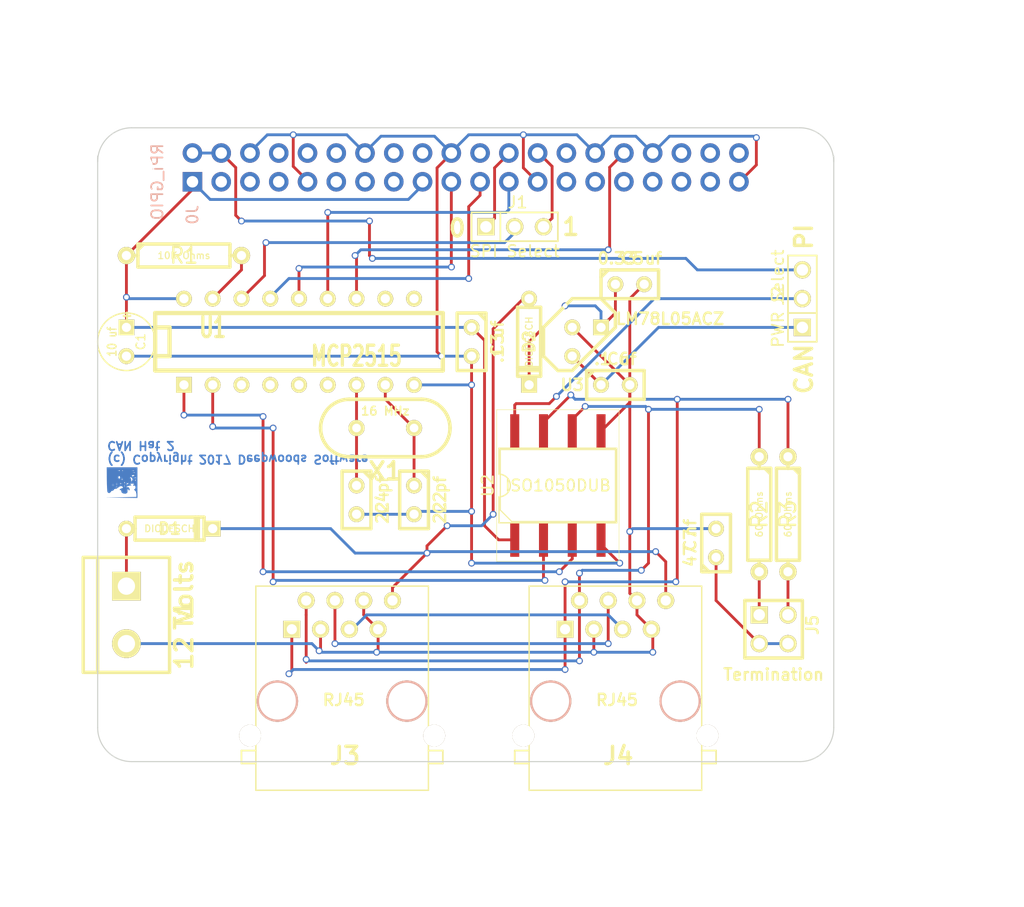
<source format=kicad_pcb>
(kicad_pcb (version 3) (host pcbnew "(2013-june-11)-stable")

  (general
    (links 67)
    (no_connects 0)
    (area 15.751288 20.694 130.847429 101.769)
    (thickness 1.6)
    (drawings 21)
    (tracks 287)
    (zones 0)
    (modules 28)
    (nets 29)
  )

  (page USLetter)
  (title_block 
    (company "Deepwoods Software")
  )

  (layers
    (15 F.Cu signal)
    (0 B.Cu signal)
    (16 B.Adhes user)
    (17 F.Adhes user)
    (18 B.Paste user)
    (19 F.Paste user)
    (20 B.SilkS user)
    (21 F.SilkS user)
    (22 B.Mask user)
    (23 F.Mask user)
    (24 Dwgs.User user)
    (25 Cmts.User user)
    (26 Eco1.User user)
    (27 Eco2.User user)
    (28 Edge.Cuts user)
  )

  (setup
    (last_trace_width 0.25)
    (user_trace_width 0.01)
    (user_trace_width 0.02)
    (user_trace_width 0.05)
    (user_trace_width 0.1)
    (user_trace_width 0.2)
    (trace_clearance 0.2)
    (zone_clearance 0.508)
    (zone_45_only no)
    (trace_min 0.01)
    (segment_width 0.2)
    (edge_width 0.1)
    (via_size 0.6)
    (via_drill 0.4)
    (via_min_size 0.4)
    (via_min_drill 0.3)
    (uvia_size 0.3)
    (uvia_drill 0.1)
    (uvias_allowed no)
    (uvia_min_size 0.2)
    (uvia_min_drill 0.1)
    (pcb_text_width 0.3)
    (pcb_text_size 1.5 1.5)
    (mod_edge_width 0.15)
    (mod_text_size 1 1)
    (mod_text_width 0.15)
    (pad_size 2.75 2.75)
    (pad_drill 2.75)
    (pad_to_mask_clearance 0)
    (aux_axis_origin 0 0)
    (visible_elements 7FFEFFFF)
    (pcbplotparams
      (layerselection 4194304)
      (usegerberextensions false)
      (excludeedgelayer true)
      (linewidth 0.100000)
      (plotframeref false)
      (viasonmask false)
      (mode 1)
      (useauxorigin false)
      (hpglpennumber 1)
      (hpglpenspeed 20)
      (hpglpendiameter 15)
      (hpglpenoverlay 2)
      (psnegative false)
      (psa4output false)
      (plotreference true)
      (plotvalue true)
      (plotothertext true)
      (plotinvisibletext false)
      (padsonsilk false)
      (subtractmaskfromsilk false)
      (outputformat 2)
      (mirror true)
      (drillshape 0)
      (scaleselection 1)
      (outputdirectory meta/))
  )

  (net 0 "")
  (net 1 +5V)
  (net 2 "+5V (CAN)")
  (net 3 "+5V (Pi)")
  (net 4 BCM12)
  (net 5 CE0)
  (net 6 CE1)
  (net 7 GND)
  (net 8 GNDA)
  (net 9 MISO)
  (net 10 MOSI)
  (net 11 N-000001)
  (net 12 N-0000011)
  (net 13 N-0000012)
  (net 14 N-0000013)
  (net 15 N-0000014)
  (net 16 N-000002)
  (net 17 N-000003)
  (net 18 N-0000032)
  (net 19 N-0000033)
  (net 20 N-000004)
  (net 21 N-000005)
  (net 22 N-0000056)
  (net 23 N-000006)
  (net 24 N-000007)
  (net 25 RxCAN)
  (net 26 SCLK)
  (net 27 TxCAN)
  (net 28 VDD)

  (net_class Default "This is the default net class."
    (clearance 0.2)
    (trace_width 0.25)
    (via_dia 0.6)
    (via_drill 0.4)
    (uvia_dia 0.3)
    (uvia_drill 0.1)
    (add_net "")
    (add_net +5V)
    (add_net "+5V (CAN)")
    (add_net "+5V (Pi)")
    (add_net BCM12)
    (add_net CE0)
    (add_net CE1)
    (add_net GND)
    (add_net GNDA)
    (add_net MISO)
    (add_net MOSI)
    (add_net N-000001)
    (add_net N-0000011)
    (add_net N-0000012)
    (add_net N-0000013)
    (add_net N-0000014)
    (add_net N-000002)
    (add_net N-000003)
    (add_net N-0000032)
    (add_net N-0000033)
    (add_net N-000004)
    (add_net N-000005)
    (add_net N-0000056)
    (add_net N-000006)
    (add_net N-000007)
    (add_net RxCAN)
    (add_net SCLK)
    (add_net TxCAN)
    (add_net VDD)
  )

  (module RPi_Hat:Pin_Header_Straight_2x20   locked (layer B.Cu) (tedit 580FA54B) (tstamp 5516AEA0)
    (at 70.601 35.394 90)
    (descr "Through hole pin header")
    (tags "pin header")
    (path /5516AE26)
    (fp_text reference J0 (at -4.191 -24.13 90) (layer B.SilkS)
      (effects (font (size 1 1) (thickness 0.15)) (justify mirror))
    )
    (fp_text value RPi_GPIO (at -1.27 -27.23 90) (layer B.SilkS)
      (effects (font (size 1 1) (thickness 0.15)) (justify mirror))
    )
    (fp_line (start -3.02 -25.88) (end -3.02 25.92) (layer Cmts.User) (width 0.05))
    (fp_line (start 3.03 -25.88) (end 3.03 25.92) (layer Cmts.User) (width 0.05))
    (fp_line (start -3.02 -25.88) (end 3.03 -25.88) (layer Cmts.User) (width 0.05))
    (fp_line (start -3.02 25.92) (end 3.03 25.92) (layer Cmts.User) (width 0.05))
    (fp_line (start 2.54 25.4) (end 2.54 -25.4) (layer Cmts.User) (width 0.15))
    (fp_line (start -2.54 -22.86) (end -2.54 25.4) (layer Cmts.User) (width 0.15))
    (fp_line (start 2.54 25.4) (end -2.54 25.4) (layer Cmts.User) (width 0.15))
    (fp_line (start 2.54 -25.4) (end 0 -25.4) (layer Cmts.User) (width 0.15))
    (fp_line (start -1.27 -25.68) (end -2.82 -25.68) (layer Cmts.User) (width 0.15))
    (fp_line (start 0 -25.4) (end 0 -22.86) (layer Cmts.User) (width 0.15))
    (fp_line (start 0 -22.86) (end -2.54 -22.86) (layer Cmts.User) (width 0.15))
    (fp_line (start -2.82 -25.68) (end -2.82 -24.13) (layer Cmts.User) (width 0.15))
    (pad 1 thru_hole rect (at -1.27 -24.13 90) (size 1.7272 1.7272) (drill 1.016)
      (layers *.Cu *.Mask)
      (net 28 VDD)
    )
    (pad 2 thru_hole oval (at 1.27 -24.13 90) (size 1.7272 1.7272) (drill 1.016)
      (layers *.Cu *.Mask)
      (net 3 "+5V (Pi)")
    )
    (pad 3 thru_hole oval (at -1.27 -21.59 90) (size 1.7272 1.7272) (drill 1.016)
      (layers *.Cu *.Mask)
    )
    (pad 4 thru_hole oval (at 1.27 -21.59 90) (size 1.7272 1.7272) (drill 1.016)
      (layers *.Cu *.Mask)
      (net 3 "+5V (Pi)")
    )
    (pad 5 thru_hole oval (at -1.27 -19.05 90) (size 1.7272 1.7272) (drill 1.016)
      (layers *.Cu *.Mask)
    )
    (pad 6 thru_hole oval (at 1.27 -19.05 90) (size 1.7272 1.7272) (drill 1.016)
      (layers *.Cu *.Mask)
      (net 7 GND)
    )
    (pad 7 thru_hole oval (at -1.27 -16.51 90) (size 1.7272 1.7272) (drill 1.016)
      (layers *.Cu *.Mask)
    )
    (pad 8 thru_hole oval (at 1.27 -16.51 90) (size 1.7272 1.7272) (drill 1.016)
      (layers *.Cu *.Mask)
    )
    (pad 9 thru_hole oval (at -1.27 -13.97 90) (size 1.7272 1.7272) (drill 1.016)
      (layers *.Cu *.Mask)
      (net 7 GND)
    )
    (pad 10 thru_hole oval (at 1.27 -13.97 90) (size 1.7272 1.7272) (drill 1.016)
      (layers *.Cu *.Mask)
    )
    (pad 11 thru_hole oval (at -1.27 -11.43 90) (size 1.7272 1.7272) (drill 1.016)
      (layers *.Cu *.Mask)
    )
    (pad 12 thru_hole oval (at 1.27 -11.43 90) (size 1.7272 1.7272) (drill 1.016)
      (layers *.Cu *.Mask)
    )
    (pad 13 thru_hole oval (at -1.27 -8.89 90) (size 1.7272 1.7272) (drill 1.016)
      (layers *.Cu *.Mask)
    )
    (pad 14 thru_hole oval (at 1.27 -8.89 90) (size 1.7272 1.7272) (drill 1.016)
      (layers *.Cu *.Mask)
      (net 7 GND)
    )
    (pad 15 thru_hole oval (at -1.27 -6.35 90) (size 1.7272 1.7272) (drill 1.016)
      (layers *.Cu *.Mask)
    )
    (pad 16 thru_hole oval (at 1.27 -6.35 90) (size 1.7272 1.7272) (drill 1.016)
      (layers *.Cu *.Mask)
    )
    (pad 17 thru_hole oval (at -1.27 -3.81 90) (size 1.7272 1.7272) (drill 1.016)
      (layers *.Cu *.Mask)
      (net 28 VDD)
    )
    (pad 18 thru_hole oval (at 1.27 -3.81 90) (size 1.7272 1.7272) (drill 1.016)
      (layers *.Cu *.Mask)
    )
    (pad 19 thru_hole oval (at -1.27 -1.27 90) (size 1.7272 1.7272) (drill 1.016)
      (layers *.Cu *.Mask)
      (net 10 MOSI)
    )
    (pad 20 thru_hole oval (at 1.27 -1.27 90) (size 1.7272 1.7272) (drill 1.016)
      (layers *.Cu *.Mask)
      (net 7 GND)
    )
    (pad 21 thru_hole oval (at -1.27 1.27 90) (size 1.7272 1.7272) (drill 1.016)
      (layers *.Cu *.Mask)
      (net 9 MISO)
    )
    (pad 22 thru_hole oval (at 1.27 1.27 90) (size 1.7272 1.7272) (drill 1.016)
      (layers *.Cu *.Mask)
    )
    (pad 23 thru_hole oval (at -1.27 3.81 90) (size 1.7272 1.7272) (drill 1.016)
      (layers *.Cu *.Mask)
      (net 26 SCLK)
    )
    (pad 24 thru_hole oval (at 1.27 3.81 90) (size 1.7272 1.7272) (drill 1.016)
      (layers *.Cu *.Mask)
      (net 5 CE0)
    )
    (pad 25 thru_hole oval (at -1.27 6.35 90) (size 1.7272 1.7272) (drill 1.016)
      (layers *.Cu *.Mask)
      (net 7 GND)
    )
    (pad 26 thru_hole oval (at 1.27 6.35 90) (size 1.7272 1.7272) (drill 1.016)
      (layers *.Cu *.Mask)
      (net 6 CE1)
    )
    (pad 27 thru_hole oval (at -1.27 8.89 90) (size 1.7272 1.7272) (drill 1.016)
      (layers *.Cu *.Mask)
    )
    (pad 28 thru_hole oval (at 1.27 8.89 90) (size 1.7272 1.7272) (drill 1.016)
      (layers *.Cu *.Mask)
    )
    (pad 29 thru_hole oval (at -1.27 11.43 90) (size 1.7272 1.7272) (drill 1.016)
      (layers *.Cu *.Mask)
    )
    (pad 30 thru_hole oval (at 1.27 11.43 90) (size 1.7272 1.7272) (drill 1.016)
      (layers *.Cu *.Mask)
      (net 7 GND)
    )
    (pad 31 thru_hole oval (at -1.27 13.97 90) (size 1.7272 1.7272) (drill 1.016)
      (layers *.Cu *.Mask)
    )
    (pad 32 thru_hole oval (at 1.27 13.97 90) (size 1.7272 1.7272) (drill 1.016)
      (layers *.Cu *.Mask)
      (net 4 BCM12)
    )
    (pad 33 thru_hole oval (at -1.27 16.51 90) (size 1.7272 1.7272) (drill 1.016)
      (layers *.Cu *.Mask)
    )
    (pad 34 thru_hole oval (at 1.27 16.51 90) (size 1.7272 1.7272) (drill 1.016)
      (layers *.Cu *.Mask)
      (net 7 GND)
    )
    (pad 35 thru_hole oval (at -1.27 19.05 90) (size 1.7272 1.7272) (drill 1.016)
      (layers *.Cu *.Mask)
    )
    (pad 36 thru_hole oval (at 1.27 19.05 90) (size 1.7272 1.7272) (drill 1.016)
      (layers *.Cu *.Mask)
    )
    (pad 37 thru_hole oval (at -1.27 21.59 90) (size 1.7272 1.7272) (drill 1.016)
      (layers *.Cu *.Mask)
    )
    (pad 38 thru_hole oval (at 1.27 21.59 90) (size 1.7272 1.7272) (drill 1.016)
      (layers *.Cu *.Mask)
    )
    (pad 39 thru_hole oval (at -1.27 24.13 90) (size 1.7272 1.7272) (drill 1.016)
      (layers *.Cu *.Mask)
      (net 7 GND)
    )
    (pad 40 thru_hole oval (at 1.27 24.13 90) (size 1.7272 1.7272) (drill 1.016)
      (layers *.Cu *.Mask)
    )
    (model walter/pin_strip/pin_socket_20x2.wrl
      (at (xyz 0 0 0))
      (scale (xyz 1 1 1))
      (rotate (xyz 0 0 90))
    )
    (model walter/pin_strip/pin_strip_20x2.wrl
      (at (xyz 0 0 0.03125))
      (scale (xyz 1 1 1))
      (rotate (xyz 180 0 90))
    )
  )

  (module RPi_Hat:RPi_Hat_Mounting_Hole   locked (layer B.Cu) (tedit 580FABD5) (tstamp 5515DEA9)
    (at 99.601 35.394)
    (descr "Mounting hole, Befestigungsbohrung, 2,7mm, No Annular, Kein Restring,")
    (tags "Mounting hole, Befestigungsbohrung, 2,7mm, No Annular, Kein Restring,")
    (fp_text reference H2 (at 0 -4.0005) (layer B.SilkS) hide
      (effects (font (size 1 1) (thickness 0.15)) (justify mirror))
    )
    (fp_text value "" (at 0.09906 3.59918) (layer B.SilkS) hide
      (effects (font (size 1 1) (thickness 0.15)) (justify mirror))
    )
    (fp_circle (center 0 0) (end 1.375 0) (layer Cmts.User) (width 0.15))
    (fp_circle (center 0 0) (end 3.1 0) (layer Cmts.User) (width 0.15))
    (fp_circle (center 0 0) (end 3.1 0) (layer Cmts.User) (width 0.15))
    (fp_circle (center 0 0) (end 1.375 0) (layer Cmts.User) (width 0.15))
    (fp_circle (center 0 0) (end 3.1 0) (layer Cmts.User) (width 0.15))
    (fp_circle (center 0 0) (end 3.1 0) (layer Cmts.User) (width 0.15))
    (pad "" np_thru_hole circle (at 0 0) (size 2.75 2.75) (drill 2.75)
      (layers *.Cu *.Mask)
      (solder_mask_margin 1.725)
      (clearance 1.725)
    )
  )

  (module RPi_Hat:RPi_Hat_Mounting_Hole   locked (layer B.Cu) (tedit 580FABF4) (tstamp 55169DC9)
    (at 99.601 84.394)
    (descr "Mounting hole, Befestigungsbohrung, 2,7mm, No Annular, Kein Restring,")
    (tags "Mounting hole, Befestigungsbohrung, 2,7mm, No Annular, Kein Restring,")
    (fp_text reference H4 (at 0 -4.0005) (layer B.SilkS) hide
      (effects (font (size 1 1) (thickness 0.15)) (justify mirror))
    )
    (fp_text value "" (at 0.09906 3.59918) (layer B.SilkS) hide
      (effects (font (size 1 1) (thickness 0.15)) (justify mirror))
    )
    (fp_circle (center 0 0) (end 1.375 0) (layer Cmts.User) (width 0.15))
    (fp_circle (center 0 0) (end 3.1 0) (layer Cmts.User) (width 0.15))
    (fp_circle (center 0 0) (end 3.1 0) (layer Cmts.User) (width 0.15))
    (fp_circle (center 0 0) (end 1.375 0) (layer Cmts.User) (width 0.15))
    (fp_circle (center 0 0) (end 3.1 0) (layer Cmts.User) (width 0.15))
    (fp_circle (center 0 0) (end 3.1 0) (layer Cmts.User) (width 0.15))
    (pad "" np_thru_hole circle (at 0 0) (size 2.75 2.75) (drill 2.75)
      (layers *.Cu *.Mask)
      (solder_mask_margin 1.725)
      (clearance 1.725)
    )
  )

  (module RPi_Hat:RPi_Hat_Mounting_Hole   locked (layer B.Cu) (tedit 580FABE5) (tstamp 5515DECC)
    (at 41.601 84.394)
    (descr "Mounting hole, Befestigungsbohrung, 2,7mm, No Annular, Kein Restring,")
    (tags "Mounting hole, Befestigungsbohrung, 2,7mm, No Annular, Kein Restring,")
    (fp_text reference H3 (at 0 -4.0005) (layer B.SilkS) hide
      (effects (font (size 1 1) (thickness 0.15)) (justify mirror))
    )
    (fp_text value "" (at 0.09906 3.59918) (layer B.SilkS) hide
      (effects (font (size 1 1) (thickness 0.15)) (justify mirror))
    )
    (fp_circle (center 0 0) (end 1.375 0) (layer Cmts.User) (width 0.15))
    (fp_circle (center 0 0) (end 3.1 0) (layer Cmts.User) (width 0.15))
    (fp_circle (center 0 0) (end 3.1 0) (layer Cmts.User) (width 0.15))
    (fp_circle (center 0 0) (end 1.375 0) (layer Cmts.User) (width 0.15))
    (fp_circle (center 0 0) (end 3.1 0) (layer Cmts.User) (width 0.15))
    (fp_circle (center 0 0) (end 3.1 0) (layer Cmts.User) (width 0.15))
    (pad "" np_thru_hole circle (at 0 0) (size 2.75 2.75) (drill 2.75)
      (layers *.Cu *.Mask)
      (solder_mask_margin 1.725)
      (clearance 1.725)
    )
  )

  (module RPi_Hat:RPi_Hat_Mounting_Hole   locked (layer B.Cu) (tedit 580FABC5) (tstamp 5515DEBF)
    (at 41.601 35.394)
    (descr "Mounting hole, Befestigungsbohrung, 2,7mm, No Annular, Kein Restring,")
    (tags "Mounting hole, Befestigungsbohrung, 2,7mm, No Annular, Kein Restring,")
    (fp_text reference H1 (at 0 -4.0005) (layer B.SilkS) hide
      (effects (font (size 1 1) (thickness 0.15)) (justify mirror))
    )
    (fp_text value "" (at 0.09906 3.59918) (layer B.SilkS) hide
      (effects (font (size 1 1) (thickness 0.15)) (justify mirror))
    )
    (fp_circle (center 0 0) (end 1.375 0) (layer Cmts.User) (width 0.15))
    (fp_circle (center 0 0) (end 3.1 0) (layer Cmts.User) (width 0.15))
    (fp_circle (center 0 0) (end 3.1 0) (layer Cmts.User) (width 0.15))
    (fp_circle (center 0 0) (end 1.375 0) (layer Cmts.User) (width 0.15))
    (fp_circle (center 0 0) (end 3.1 0) (layer Cmts.User) (width 0.15))
    (fp_circle (center 0 0) (end 3.1 0) (layer Cmts.User) (width 0.15))
    (pad "" np_thru_hole circle (at 0 0) (size 2.75 2.75) (drill 2.75)
      (layers *.Cu *.Mask)
      (solder_mask_margin 1.725)
      (clearance 1.725)
    )
  )

  (module TO92 (layer F.Cu) (tedit 59E3A2ED) (tstamp 59DCFB5A)
    (at 81.28 50.8)
    (descr "Transistor TO92 brochage type BC237")
    (tags "TR TO92")
    (path /59DCCCC0)
    (fp_text reference U3 (at -1.27 3.81) (layer F.SilkS)
      (effects (font (size 1.016 1.016) (thickness 0.2032)))
    )
    (fp_text value LM78L05ACZ (at 7.366 -2.032) (layer F.SilkS)
      (effects (font (size 1.016 1.016) (thickness 0.2032)))
    )
    (fp_line (start -1.27 2.54) (end 2.54 -1.27) (layer F.SilkS) (width 0.3048))
    (fp_line (start 2.54 -1.27) (end 2.54 -2.54) (layer F.SilkS) (width 0.3048))
    (fp_line (start 2.54 -2.54) (end 1.27 -3.81) (layer F.SilkS) (width 0.3048))
    (fp_line (start 1.27 -3.81) (end -1.27 -3.81) (layer F.SilkS) (width 0.3048))
    (fp_line (start -1.27 -3.81) (end -3.81 -1.27) (layer F.SilkS) (width 0.3048))
    (fp_line (start -3.81 -1.27) (end -3.81 1.27) (layer F.SilkS) (width 0.3048))
    (fp_line (start -3.81 1.27) (end -2.54 2.54) (layer F.SilkS) (width 0.3048))
    (fp_line (start -2.54 2.54) (end -1.27 2.54) (layer F.SilkS) (width 0.3048))
    (pad 1 thru_hole rect (at 1.27 -1.27) (size 1.397 1.397) (drill 0.8128)
      (layers *.Cu *.Mask F.SilkS)
      (net 15 N-0000014)
    )
    (pad 2 thru_hole circle (at -1.27 -1.27) (size 1.397 1.397) (drill 0.8128)
      (layers *.Cu *.Mask F.SilkS)
      (net 8 GNDA)
    )
    (pad 3 thru_hole circle (at -1.27 1.27) (size 1.397 1.397) (drill 0.8128)
      (layers *.Cu *.Mask F.SilkS)
      (net 2 "+5V (CAN)")
    )
    (model discret/to98.wrl
      (at (xyz 0 0 0))
      (scale (xyz 1 1 1))
      (rotate (xyz 0 0 0))
    )
  )

  (module RJ45_8 (layer F.Cu) (tedit 58F90078) (tstamp 59DCFB74)
    (at 83.82 82.55)
    (tags RJ45)
    (path /59DCE598)
    (fp_text reference J4 (at 0.254 4.826) (layer F.SilkS)
      (effects (font (size 1.524 1.524) (thickness 0.3048)))
    )
    (fp_text value RJ45 (at 0.14224 -0.1016) (layer F.SilkS)
      (effects (font (size 1.00076 1.00076) (thickness 0.2032)))
    )
    (fp_line (start -7.62 5.5118) (end -8.89 5.5118) (layer F.SilkS) (width 0.15))
    (fp_line (start -8.89 5.5118) (end -8.89 4.3688) (layer F.SilkS) (width 0.15))
    (fp_line (start -8.89 4.3688) (end -7.62 4.3688) (layer F.SilkS) (width 0.15))
    (fp_line (start 7.62 5.5118) (end 8.89 5.5118) (layer F.SilkS) (width 0.15))
    (fp_line (start 8.89 5.5118) (end 8.89 4.3688) (layer F.SilkS) (width 0.15))
    (fp_line (start 8.89 4.3688) (end 7.62 4.3688) (layer F.SilkS) (width 0.15))
    (fp_line (start -7.62 7.874) (end 7.62 7.874) (layer F.SilkS) (width 0.127))
    (fp_line (start 7.62 7.874) (end 7.62 -10.16) (layer F.SilkS) (width 0.127))
    (fp_line (start 7.62 -10.16) (end -7.62 -10.16) (layer F.SilkS) (width 0.127))
    (fp_line (start -7.62 -10.16) (end -7.62 7.874) (layer F.SilkS) (width 0.127))
    (pad "" np_thru_hole circle (at 5.715 0) (size 3.64998 3.64998) (drill 3.2512)
      (layers *.Cu *.SilkS *.Mask)
    )
    (pad "" np_thru_hole circle (at -5.715 0) (size 3.64998 3.64998) (drill 3.2512)
      (layers *.Cu *.SilkS *.Mask)
    )
    (pad 1 thru_hole rect (at -4.445 -6.35) (size 1.50114 1.50114) (drill 0.89916)
      (layers *.Cu *.Mask F.SilkS)
      (net 14 N-0000013)
    )
    (pad 2 thru_hole circle (at -3.175 -8.89) (size 1.50114 1.50114) (drill 0.89916)
      (layers *.Cu *.Mask F.SilkS)
      (net 13 N-0000012)
    )
    (pad 3 thru_hole circle (at -1.905 -6.35) (size 1.50114 1.50114) (drill 0.89916)
      (layers *.Cu *.Mask F.SilkS)
      (net 8 GNDA)
    )
    (pad 4 thru_hole circle (at -0.635 -8.89) (size 1.50114 1.50114) (drill 0.89916)
      (layers *.Cu *.Mask F.SilkS)
      (net 11 N-000001)
    )
    (pad 5 thru_hole circle (at 0.635 -6.35) (size 1.50114 1.50114) (drill 0.89916)
      (layers *.Cu *.Mask F.SilkS)
      (net 16 N-000002)
    )
    (pad 6 thru_hole circle (at 1.905 -8.89) (size 1.50114 1.50114) (drill 0.89916)
      (layers *.Cu *.Mask F.SilkS)
      (net 8 GNDA)
    )
    (pad 7 thru_hole circle (at 3.175 -6.35) (size 1.50114 1.50114) (drill 0.89916)
      (layers *.Cu *.Mask F.SilkS)
      (net 8 GNDA)
    )
    (pad 8 thru_hole circle (at 4.445 -8.89) (size 1.50114 1.50114) (drill 0.89916)
      (layers *.Cu *.Mask F.SilkS)
      (net 22 N-0000056)
    )
    (pad "" thru_hole circle (at -8.128 3.048) (size 1.9304 1.9304) (drill 1.9304)
      (layers *.Cu *.Mask F.SilkS)
    )
    (pad "" thru_hole circle (at 8.128 3.048) (size 1.9304 1.9304) (drill 1.9304)
      (layers *.Cu *.Mask F.SilkS)
    )
    (model connectors/RJ45_8.wrl
      (at (xyz 0 0 0))
      (scale (xyz 0.4 0.4 0.4))
      (rotate (xyz 0 0 0))
    )
  )

  (module RJ45_8 (layer F.Cu) (tedit 58F90078) (tstamp 59DCFB8E)
    (at 59.69 82.55)
    (tags RJ45)
    (path /59DCE57A)
    (fp_text reference J3 (at 0.254 4.826) (layer F.SilkS)
      (effects (font (size 1.524 1.524) (thickness 0.3048)))
    )
    (fp_text value RJ45 (at 0.14224 -0.1016) (layer F.SilkS)
      (effects (font (size 1.00076 1.00076) (thickness 0.2032)))
    )
    (fp_line (start -7.62 5.5118) (end -8.89 5.5118) (layer F.SilkS) (width 0.15))
    (fp_line (start -8.89 5.5118) (end -8.89 4.3688) (layer F.SilkS) (width 0.15))
    (fp_line (start -8.89 4.3688) (end -7.62 4.3688) (layer F.SilkS) (width 0.15))
    (fp_line (start 7.62 5.5118) (end 8.89 5.5118) (layer F.SilkS) (width 0.15))
    (fp_line (start 8.89 5.5118) (end 8.89 4.3688) (layer F.SilkS) (width 0.15))
    (fp_line (start 8.89 4.3688) (end 7.62 4.3688) (layer F.SilkS) (width 0.15))
    (fp_line (start -7.62 7.874) (end 7.62 7.874) (layer F.SilkS) (width 0.127))
    (fp_line (start 7.62 7.874) (end 7.62 -10.16) (layer F.SilkS) (width 0.127))
    (fp_line (start 7.62 -10.16) (end -7.62 -10.16) (layer F.SilkS) (width 0.127))
    (fp_line (start -7.62 -10.16) (end -7.62 7.874) (layer F.SilkS) (width 0.127))
    (pad "" np_thru_hole circle (at 5.715 0) (size 3.64998 3.64998) (drill 3.2512)
      (layers *.Cu *.SilkS *.Mask)
    )
    (pad "" np_thru_hole circle (at -5.715 0) (size 3.64998 3.64998) (drill 3.2512)
      (layers *.Cu *.SilkS *.Mask)
    )
    (pad 1 thru_hole rect (at -4.445 -6.35) (size 1.50114 1.50114) (drill 0.89916)
      (layers *.Cu *.Mask F.SilkS)
      (net 14 N-0000013)
    )
    (pad 2 thru_hole circle (at -3.175 -8.89) (size 1.50114 1.50114) (drill 0.89916)
      (layers *.Cu *.Mask F.SilkS)
      (net 13 N-0000012)
    )
    (pad 3 thru_hole circle (at -1.905 -6.35) (size 1.50114 1.50114) (drill 0.89916)
      (layers *.Cu *.Mask F.SilkS)
      (net 8 GNDA)
    )
    (pad 4 thru_hole circle (at -0.635 -8.89) (size 1.50114 1.50114) (drill 0.89916)
      (layers *.Cu *.Mask F.SilkS)
      (net 11 N-000001)
    )
    (pad 5 thru_hole circle (at 0.635 -6.35) (size 1.50114 1.50114) (drill 0.89916)
      (layers *.Cu *.Mask F.SilkS)
      (net 16 N-000002)
    )
    (pad 6 thru_hole circle (at 1.905 -8.89) (size 1.50114 1.50114) (drill 0.89916)
      (layers *.Cu *.Mask F.SilkS)
      (net 8 GNDA)
    )
    (pad 7 thru_hole circle (at 3.175 -6.35) (size 1.50114 1.50114) (drill 0.89916)
      (layers *.Cu *.Mask F.SilkS)
      (net 8 GNDA)
    )
    (pad 8 thru_hole circle (at 4.445 -8.89) (size 1.50114 1.50114) (drill 0.89916)
      (layers *.Cu *.Mask F.SilkS)
      (net 22 N-0000056)
    )
    (pad "" thru_hole circle (at -8.128 3.048) (size 1.9304 1.9304) (drill 1.9304)
      (layers *.Cu *.Mask F.SilkS)
    )
    (pad "" thru_hole circle (at 8.128 3.048) (size 1.9304 1.9304) (drill 1.9304)
      (layers *.Cu *.Mask F.SilkS)
    )
    (model connectors/RJ45_8.wrl
      (at (xyz 0 0 0))
      (scale (xyz 0.4 0.4 0.4))
      (rotate (xyz 0 0 0))
    )
  )

  (module R4 (layer F.Cu) (tedit 59E3A26F) (tstamp 59DCFB9C)
    (at 96.52 66.04 270)
    (descr "Resitance 4 pas")
    (tags R)
    (path /59DCF6B0)
    (autoplace_cost180 10)
    (fp_text reference R2 (at 0 0 270) (layer F.SilkS)
      (effects (font (size 1.397 1.27) (thickness 0.2032)))
    )
    (fp_text value "60 Ohms" (at 0 0 270) (layer F.SilkS)
      (effects (font (size 0.6 0.6) (thickness 0.1)))
    )
    (fp_line (start -5.08 0) (end -4.064 0) (layer F.SilkS) (width 0.3048))
    (fp_line (start -4.064 0) (end -4.064 -1.016) (layer F.SilkS) (width 0.3048))
    (fp_line (start -4.064 -1.016) (end 4.064 -1.016) (layer F.SilkS) (width 0.3048))
    (fp_line (start 4.064 -1.016) (end 4.064 1.016) (layer F.SilkS) (width 0.3048))
    (fp_line (start 4.064 1.016) (end -4.064 1.016) (layer F.SilkS) (width 0.3048))
    (fp_line (start -4.064 1.016) (end -4.064 0) (layer F.SilkS) (width 0.3048))
    (fp_line (start -4.064 -0.508) (end -3.556 -1.016) (layer F.SilkS) (width 0.3048))
    (fp_line (start 5.08 0) (end 4.064 0) (layer F.SilkS) (width 0.3048))
    (pad 1 thru_hole circle (at -5.08 0 270) (size 1.524 1.524) (drill 0.8128)
      (layers *.Cu *.Mask F.SilkS)
      (net 13 N-0000012)
    )
    (pad 2 thru_hole circle (at 5.08 0 270) (size 1.524 1.524) (drill 0.8128)
      (layers *.Cu *.Mask F.SilkS)
      (net 24 N-000007)
    )
    (model discret/resistor.wrl
      (at (xyz 0 0 0))
      (scale (xyz 0.4 0.4 0.4))
      (rotate (xyz 0 0 0))
    )
  )

  (module R4 (layer F.Cu) (tedit 59E3A27D) (tstamp 59DCFBAA)
    (at 99.06 66.04 270)
    (descr "Resitance 4 pas")
    (tags R)
    (path /59DCF6A1)
    (autoplace_cost180 10)
    (fp_text reference R3 (at 0 0 270) (layer F.SilkS)
      (effects (font (size 1.397 1.27) (thickness 0.2032)))
    )
    (fp_text value "60 Ohms" (at 0 0 270) (layer F.SilkS)
      (effects (font (size 0.6 0.6) (thickness 0.1)))
    )
    (fp_line (start -5.08 0) (end -4.064 0) (layer F.SilkS) (width 0.3048))
    (fp_line (start -4.064 0) (end -4.064 -1.016) (layer F.SilkS) (width 0.3048))
    (fp_line (start -4.064 -1.016) (end 4.064 -1.016) (layer F.SilkS) (width 0.3048))
    (fp_line (start 4.064 -1.016) (end 4.064 1.016) (layer F.SilkS) (width 0.3048))
    (fp_line (start 4.064 1.016) (end -4.064 1.016) (layer F.SilkS) (width 0.3048))
    (fp_line (start -4.064 1.016) (end -4.064 0) (layer F.SilkS) (width 0.3048))
    (fp_line (start -4.064 -0.508) (end -3.556 -1.016) (layer F.SilkS) (width 0.3048))
    (fp_line (start 5.08 0) (end 4.064 0) (layer F.SilkS) (width 0.3048))
    (pad 1 thru_hole circle (at -5.08 0 270) (size 1.524 1.524) (drill 0.8128)
      (layers *.Cu *.Mask F.SilkS)
      (net 14 N-0000013)
    )
    (pad 2 thru_hole circle (at 5.08 0 270) (size 1.524 1.524) (drill 0.8128)
      (layers *.Cu *.Mask F.SilkS)
      (net 23 N-000006)
    )
    (model discret/resistor.wrl
      (at (xyz 0 0 0))
      (scale (xyz 0.4 0.4 0.4))
      (rotate (xyz 0 0 0))
    )
  )

  (module R4 (layer F.Cu) (tedit 59E3A241) (tstamp 59DCFBB8)
    (at 45.72 43.18)
    (descr "Resitance 4 pas")
    (tags R)
    (path /59DCC6FA)
    (autoplace_cost180 10)
    (fp_text reference R1 (at 0 0) (layer F.SilkS)
      (effects (font (size 1.397 1.27) (thickness 0.2032)))
    )
    (fp_text value "10K Ohms" (at 0 0) (layer F.SilkS)
      (effects (font (size 0.6 0.6) (thickness 0.1)))
    )
    (fp_line (start -5.08 0) (end -4.064 0) (layer F.SilkS) (width 0.3048))
    (fp_line (start -4.064 0) (end -4.064 -1.016) (layer F.SilkS) (width 0.3048))
    (fp_line (start -4.064 -1.016) (end 4.064 -1.016) (layer F.SilkS) (width 0.3048))
    (fp_line (start 4.064 -1.016) (end 4.064 1.016) (layer F.SilkS) (width 0.3048))
    (fp_line (start 4.064 1.016) (end -4.064 1.016) (layer F.SilkS) (width 0.3048))
    (fp_line (start -4.064 1.016) (end -4.064 0) (layer F.SilkS) (width 0.3048))
    (fp_line (start -4.064 -0.508) (end -3.556 -1.016) (layer F.SilkS) (width 0.3048))
    (fp_line (start 5.08 0) (end 4.064 0) (layer F.SilkS) (width 0.3048))
    (pad 1 thru_hole circle (at -5.08 0) (size 1.524 1.524) (drill 0.8128)
      (layers *.Cu *.Mask F.SilkS)
      (net 28 VDD)
    )
    (pad 2 thru_hole circle (at 5.08 0) (size 1.524 1.524) (drill 0.8128)
      (layers *.Cu *.Mask F.SilkS)
      (net 17 N-000003)
    )
    (model discret/resistor.wrl
      (at (xyz 0 0 0))
      (scale (xyz 0.4 0.4 0.4))
      (rotate (xyz 0 0 0))
    )
  )

  (module PIN_ARRAY_3X1 (layer F.Cu) (tedit 59E3A0FB) (tstamp 59DCFBC4)
    (at 100.33 46.99 90)
    (descr "Connecteur 3 pins")
    (tags "CONN DEV")
    (path /59DCF46D)
    (fp_text reference J2 (at 0.254 -2.159 90) (layer F.SilkS)
      (effects (font (size 1.016 1.016) (thickness 0.1524)))
    )
    (fp_text value "PWR Select" (at 0 -2.159 90) (layer F.SilkS)
      (effects (font (size 1.016 1.016) (thickness 0.1524)))
    )
    (fp_line (start -3.81 1.27) (end -3.81 -1.27) (layer F.SilkS) (width 0.1524))
    (fp_line (start -3.81 -1.27) (end 3.81 -1.27) (layer F.SilkS) (width 0.1524))
    (fp_line (start 3.81 -1.27) (end 3.81 1.27) (layer F.SilkS) (width 0.1524))
    (fp_line (start 3.81 1.27) (end -3.81 1.27) (layer F.SilkS) (width 0.1524))
    (fp_line (start -1.27 -1.27) (end -1.27 1.27) (layer F.SilkS) (width 0.1524))
    (pad 1 thru_hole rect (at -2.54 0 90) (size 1.524 1.524) (drill 1.016)
      (layers *.Cu *.Mask F.SilkS)
      (net 2 "+5V (CAN)")
    )
    (pad 2 thru_hole circle (at 0 0 90) (size 1.524 1.524) (drill 1.016)
      (layers *.Cu *.Mask F.SilkS)
      (net 1 +5V)
    )
    (pad 3 thru_hole circle (at 2.54 0 90) (size 1.524 1.524) (drill 1.016)
      (layers *.Cu *.Mask F.SilkS)
      (net 3 "+5V (Pi)")
    )
    (model pin_array/pins_array_3x1.wrl
      (at (xyz 0 0 0))
      (scale (xyz 1 1 1))
      (rotate (xyz 0 0 0))
    )
  )

  (module PIN_ARRAY_3X1 (layer F.Cu) (tedit 59E3A0EE) (tstamp 59DCFBD0)
    (at 74.93 40.64)
    (descr "Connecteur 3 pins")
    (tags "CONN DEV")
    (path /59DCC70E)
    (fp_text reference J1 (at 0.254 -2.159) (layer F.SilkS)
      (effects (font (size 1.016 1.016) (thickness 0.1524)))
    )
    (fp_text value "SPI Select" (at 0 2.159) (layer F.SilkS)
      (effects (font (size 1.016 1.016) (thickness 0.1524)))
    )
    (fp_line (start -3.81 1.27) (end -3.81 -1.27) (layer F.SilkS) (width 0.1524))
    (fp_line (start -3.81 -1.27) (end 3.81 -1.27) (layer F.SilkS) (width 0.1524))
    (fp_line (start 3.81 -1.27) (end 3.81 1.27) (layer F.SilkS) (width 0.1524))
    (fp_line (start 3.81 1.27) (end -3.81 1.27) (layer F.SilkS) (width 0.1524))
    (fp_line (start -1.27 -1.27) (end -1.27 1.27) (layer F.SilkS) (width 0.1524))
    (pad 1 thru_hole rect (at -2.54 0) (size 1.524 1.524) (drill 1.016)
      (layers *.Cu *.Mask F.SilkS)
      (net 5 CE0)
    )
    (pad 2 thru_hole circle (at 0 0) (size 1.524 1.524) (drill 1.016)
      (layers *.Cu *.Mask F.SilkS)
      (net 21 N-000005)
    )
    (pad 3 thru_hole circle (at 2.54 0) (size 1.524 1.524) (drill 1.016)
      (layers *.Cu *.Mask F.SilkS)
      (net 6 CE1)
    )
    (model pin_array/pins_array_3x1.wrl
      (at (xyz 0 0 0))
      (scale (xyz 1 1 1))
      (rotate (xyz 0 0 0))
    )
  )

  (module PIN_ARRAY_2X2 (layer F.Cu) (tedit 59E3A29A) (tstamp 59DCFBDC)
    (at 97.79 76.2 270)
    (descr "Double rangee de contacts 2 x 2 pins")
    (tags CONN)
    (path /59DCF67C)
    (fp_text reference J5 (at -0.381 -3.429 270) (layer F.SilkS)
      (effects (font (size 1.016 1.016) (thickness 0.2032)))
    )
    (fp_text value Termination (at 4 0 360) (layer F.SilkS)
      (effects (font (size 1.016 1.016) (thickness 0.2032)))
    )
    (fp_line (start -2.54 -2.54) (end 2.54 -2.54) (layer F.SilkS) (width 0.3048))
    (fp_line (start 2.54 -2.54) (end 2.54 2.54) (layer F.SilkS) (width 0.3048))
    (fp_line (start 2.54 2.54) (end -2.54 2.54) (layer F.SilkS) (width 0.3048))
    (fp_line (start -2.54 2.54) (end -2.54 -2.54) (layer F.SilkS) (width 0.3048))
    (pad 1 thru_hole rect (at -1.27 1.27 270) (size 1.524 1.524) (drill 1.016)
      (layers *.Cu *.Mask F.SilkS)
      (net 24 N-000007)
    )
    (pad 2 thru_hole circle (at -1.27 -1.27 270) (size 1.524 1.524) (drill 1.016)
      (layers *.Cu *.Mask F.SilkS)
      (net 23 N-000006)
    )
    (pad 3 thru_hole circle (at 1.27 1.27 270) (size 1.524 1.524) (drill 1.016)
      (layers *.Cu *.Mask F.SilkS)
      (net 12 N-0000011)
    )
    (pad 4 thru_hole circle (at 1.27 -1.27 270) (size 1.524 1.524) (drill 1.016)
      (layers *.Cu *.Mask F.SilkS)
      (net 12 N-0000011)
    )
    (model pin_array/pins_array_2x2.wrl
      (at (xyz 0 0 0))
      (scale (xyz 1 1 1))
      (rotate (xyz 0 0 0))
    )
  )

  (module HC-49V (layer F.Cu) (tedit 59E3A212) (tstamp 59DCFBE8)
    (at 63.5 58.42 180)
    (descr "Quartz boitier HC-49 Vertical")
    (tags "QUARTZ DEV")
    (path /59DCC6A8)
    (autoplace_cost180 10)
    (fp_text reference X1 (at 0 -3.81 180) (layer F.SilkS)
      (effects (font (size 1.524 1.524) (thickness 0.3048)))
    )
    (fp_text value "16 MHz" (at 0 1.5 180) (layer F.SilkS)
      (effects (font (size 0.75 0.75) (thickness 0.15)))
    )
    (fp_line (start -3.175 2.54) (end 3.175 2.54) (layer F.SilkS) (width 0.3175))
    (fp_line (start -3.175 -2.54) (end 3.175 -2.54) (layer F.SilkS) (width 0.3175))
    (fp_arc (start 3.175 0) (end 3.175 -2.54) (angle 90) (layer F.SilkS) (width 0.3175))
    (fp_arc (start 3.175 0) (end 5.715 0) (angle 90) (layer F.SilkS) (width 0.3175))
    (fp_arc (start -3.175 0) (end -5.715 0) (angle 90) (layer F.SilkS) (width 0.3175))
    (fp_arc (start -3.175 0) (end -3.175 2.54) (angle 90) (layer F.SilkS) (width 0.3175))
    (pad 1 thru_hole circle (at -2.54 0 180) (size 1.4224 1.4224) (drill 0.762)
      (layers *.Cu *.Mask F.SilkS)
      (net 19 N-0000033)
    )
    (pad 2 thru_hole circle (at 2.54 0 180) (size 1.4224 1.4224) (drill 0.762)
      (layers *.Cu *.Mask F.SilkS)
      (net 18 N-0000032)
    )
    (model discret/xtal/crystal_hc18u_vertical.wrl
      (at (xyz 0 0 0))
      (scale (xyz 1 1 0.2))
      (rotate (xyz 0 0 0))
    )
  )

  (module DUB_R-PDSO-G8 (layer F.Cu) (tedit 59E3A255) (tstamp 59DCFC03)
    (at 78.74 63.5 90)
    (descr "8-lead DUB package, row spacing 9.6 mm (378 mils), SMD")
    (tags "DUB 2.54mm 9.6mm 378mil SMD")
    (path /59DCE563)
    (attr smd)
    (fp_text reference U2 (at 0 -6.2 90) (layer F.SilkS)
      (effects (font (size 1 1) (thickness 0.15)))
    )
    (fp_text value ISO1050DUB (at 0 0 180) (layer F.SilkS)
      (effects (font (size 1 1) (thickness 0.15)))
    )
    (fp_arc (start 0 -5.2) (end -1 -5.2) (angle -180) (layer F.SilkS) (width 0.12))
    (fp_line (start -2.175 -5.08) (end 3.175 -5.08) (layer F.SilkS) (width 0.1))
    (fp_line (start 3.175 -5.08) (end 3.175 5.08) (layer F.SilkS) (width 0.1))
    (fp_line (start 3.175 5.08) (end -3.175 5.08) (layer F.SilkS) (width 0.1))
    (fp_line (start -3.175 5.08) (end -3.175 -4.08) (layer F.SilkS) (width 0.1))
    (fp_line (start -3.175 -4.08) (end -2.175 -5.08) (layer F.SilkS) (width 0.1))
    (fp_line (start -1 -5.2) (end -3.295 -5.2) (layer F.SilkS) (width 0.12))
    (fp_line (start -3.295 -5.2) (end -3.295 5.2) (layer F.SilkS) (width 0.12))
    (fp_line (start -3.295 5.2) (end 3.295 5.2) (layer F.SilkS) (width 0.12))
    (fp_line (start 3.295 5.2) (end 3.295 -5.2) (layer F.SilkS) (width 0.12))
    (fp_line (start 3.295 -5.2) (end 1 -5.2) (layer F.SilkS) (width 0.12))
    (fp_line (start -6.7 -5.4) (end -6.7 5.4) (layer F.SilkS) (width 0.05))
    (fp_line (start -6.7 5.4) (end 6.7 5.4) (layer F.SilkS) (width 0.05))
    (fp_line (start 6.7 5.4) (end 6.7 -5.4) (layer F.SilkS) (width 0.05))
    (fp_line (start 6.7 -5.4) (end -6.7 -5.4) (layer F.SilkS) (width 0.05))
    (pad 1 smd rect (at -4.8 -3.81 90) (size 3 0.8)
      (layers F.Cu F.Mask)
      (net 28 VDD)
    )
    (pad 5 smd rect (at 4.8 3.81 90) (size 3 0.8)
      (layers F.Cu F.Mask)
      (net 8 GNDA)
    )
    (pad 2 smd rect (at -4.8 -1.27 90) (size 3 0.8)
      (layers F.Cu F.Mask)
      (net 25 RxCAN)
    )
    (pad 6 smd rect (at 4.8 1.27 90) (size 3 0.8)
      (layers F.Cu F.Mask)
      (net 13 N-0000012)
    )
    (pad 3 smd rect (at -4.8 1.27 90) (size 3 0.8)
      (layers F.Cu F.Mask)
      (net 27 TxCAN)
    )
    (pad 7 smd rect (at 4.8 -1.27 90) (size 3 0.8)
      (layers F.Cu F.Mask)
      (net 14 N-0000013)
    )
    (pad 4 smd rect (at -4.8 3.81 90) (size 3 0.8)
      (layers F.Cu F.Mask)
      (net 7 GND)
    )
    (pad 8 smd rect (at 4.8 -3.81 90) (size 3 0.8)
      (layers F.Cu F.Mask)
      (net 1 +5V)
    )
    (model walter/smd_dil/pdso-8.wrl
      (at (xyz 0 0 0))
      (scale (xyz 4.8 3.5 3.5))
      (rotate (xyz 0 0 90))
    )
  )

  (module D3 (layer F.Cu) (tedit 59E3A142) (tstamp 59DCFC13)
    (at 76.2 50.8 270)
    (descr "Diode 3 pas")
    (tags "DIODE DEV")
    (path /59DCCC7C)
    (fp_text reference D2 (at 0 0 270) (layer F.SilkS)
      (effects (font (size 1.016 1.016) (thickness 0.2032)))
    )
    (fp_text value DIODESCH (at 0 0 270) (layer F.SilkS)
      (effects (font (size 0.6 0.6) (thickness 0.1)))
    )
    (fp_line (start 3.81 0) (end 3.048 0) (layer F.SilkS) (width 0.3048))
    (fp_line (start 3.048 0) (end 3.048 -1.016) (layer F.SilkS) (width 0.3048))
    (fp_line (start 3.048 -1.016) (end -3.048 -1.016) (layer F.SilkS) (width 0.3048))
    (fp_line (start -3.048 -1.016) (end -3.048 0) (layer F.SilkS) (width 0.3048))
    (fp_line (start -3.048 0) (end -3.81 0) (layer F.SilkS) (width 0.3048))
    (fp_line (start -3.048 0) (end -3.048 1.016) (layer F.SilkS) (width 0.3048))
    (fp_line (start -3.048 1.016) (end 3.048 1.016) (layer F.SilkS) (width 0.3048))
    (fp_line (start 3.048 1.016) (end 3.048 0) (layer F.SilkS) (width 0.3048))
    (fp_line (start 2.54 -1.016) (end 2.54 1.016) (layer F.SilkS) (width 0.3048))
    (fp_line (start 2.286 1.016) (end 2.286 -1.016) (layer F.SilkS) (width 0.3048))
    (pad 2 thru_hole rect (at 3.81 0 270) (size 1.397 1.397) (drill 0.8128)
      (layers *.Cu *.Mask F.SilkS)
      (net 15 N-0000014)
    )
    (pad 1 thru_hole circle (at -3.81 0 270) (size 1.397 1.397) (drill 0.8128)
      (layers *.Cu *.Mask F.SilkS)
      (net 22 N-0000056)
    )
    (model discret/diode.wrl
      (at (xyz 0 0 0))
      (scale (xyz 0.3 0.3 0.3))
      (rotate (xyz 0 0 0))
    )
  )

  (module D3 (layer F.Cu) (tedit 59E3A15F) (tstamp 59DCFC23)
    (at 44.45 67.31)
    (descr "Diode 3 pas")
    (tags "DIODE DEV")
    (path /59DCCC6D)
    (fp_text reference D1 (at 0 0) (layer F.SilkS)
      (effects (font (size 1.016 1.016) (thickness 0.2032)))
    )
    (fp_text value DIODESCH (at 0 0) (layer F.SilkS)
      (effects (font (size 0.6 0.6) (thickness 0.1)))
    )
    (fp_line (start 3.81 0) (end 3.048 0) (layer F.SilkS) (width 0.3048))
    (fp_line (start 3.048 0) (end 3.048 -1.016) (layer F.SilkS) (width 0.3048))
    (fp_line (start 3.048 -1.016) (end -3.048 -1.016) (layer F.SilkS) (width 0.3048))
    (fp_line (start -3.048 -1.016) (end -3.048 0) (layer F.SilkS) (width 0.3048))
    (fp_line (start -3.048 0) (end -3.81 0) (layer F.SilkS) (width 0.3048))
    (fp_line (start -3.048 0) (end -3.048 1.016) (layer F.SilkS) (width 0.3048))
    (fp_line (start -3.048 1.016) (end 3.048 1.016) (layer F.SilkS) (width 0.3048))
    (fp_line (start 3.048 1.016) (end 3.048 0) (layer F.SilkS) (width 0.3048))
    (fp_line (start 2.54 -1.016) (end 2.54 1.016) (layer F.SilkS) (width 0.3048))
    (fp_line (start 2.286 1.016) (end 2.286 -1.016) (layer F.SilkS) (width 0.3048))
    (pad 2 thru_hole rect (at 3.81 0) (size 1.397 1.397) (drill 0.8128)
      (layers *.Cu *.Mask F.SilkS)
      (net 22 N-0000056)
    )
    (pad 1 thru_hole circle (at -3.81 0) (size 1.397 1.397) (drill 0.8128)
      (layers *.Cu *.Mask F.SilkS)
      (net 20 N-000004)
    )
    (model discret/diode.wrl
      (at (xyz 0 0 0))
      (scale (xyz 0.3 0.3 0.3))
      (rotate (xyz 0 0 0))
    )
  )

  (module C1 (layer F.Cu) (tedit 59E3A2AB) (tstamp 59DCFC39)
    (at 85.09 45.72)
    (descr "Condensateur e = 1 pas")
    (tags C)
    (path /59DCE874)
    (fp_text reference C5 (at 0.254 -2.286) (layer F.SilkS)
      (effects (font (size 1.016 1.016) (thickness 0.2032)))
    )
    (fp_text value "0.33 uf" (at 0 -2.286) (layer F.SilkS)
      (effects (font (size 1.016 1.016) (thickness 0.2032)))
    )
    (fp_line (start -2.4892 -1.27) (end 2.54 -1.27) (layer F.SilkS) (width 0.3048))
    (fp_line (start 2.54 -1.27) (end 2.54 1.27) (layer F.SilkS) (width 0.3048))
    (fp_line (start 2.54 1.27) (end -2.54 1.27) (layer F.SilkS) (width 0.3048))
    (fp_line (start -2.54 1.27) (end -2.54 -1.27) (layer F.SilkS) (width 0.3048))
    (fp_line (start -2.54 -0.635) (end -1.905 -1.27) (layer F.SilkS) (width 0.3048))
    (pad 1 thru_hole circle (at -1.27 0) (size 1.397 1.397) (drill 0.8128)
      (layers *.Cu *.Mask F.SilkS)
      (net 15 N-0000014)
    )
    (pad 2 thru_hole circle (at 1.27 0) (size 1.397 1.397) (drill 0.8128)
      (layers *.Cu *.Mask F.SilkS)
      (net 8 GNDA)
    )
    (model discret/capa_1_pas.wrl
      (at (xyz 0 0 0))
      (scale (xyz 1 1 1))
      (rotate (xyz 0 0 0))
    )
  )

  (module C1 (layer F.Cu) (tedit 59E3A2F5) (tstamp 59DCFC44)
    (at 83.82 54.61)
    (descr "Condensateur e = 1 pas")
    (tags C)
    (path /59DCE883)
    (fp_text reference C6 (at 0.254 -2.286) (layer F.SilkS)
      (effects (font (size 1.016 1.016) (thickness 0.2032)))
    )
    (fp_text value ".1 uf" (at 0 -2.286) (layer F.SilkS)
      (effects (font (size 1.016 1.016) (thickness 0.2032)))
    )
    (fp_line (start -2.4892 -1.27) (end 2.54 -1.27) (layer F.SilkS) (width 0.3048))
    (fp_line (start 2.54 -1.27) (end 2.54 1.27) (layer F.SilkS) (width 0.3048))
    (fp_line (start 2.54 1.27) (end -2.54 1.27) (layer F.SilkS) (width 0.3048))
    (fp_line (start -2.54 1.27) (end -2.54 -1.27) (layer F.SilkS) (width 0.3048))
    (fp_line (start -2.54 -0.635) (end -1.905 -1.27) (layer F.SilkS) (width 0.3048))
    (pad 1 thru_hole circle (at -1.27 0) (size 1.397 1.397) (drill 0.8128)
      (layers *.Cu *.Mask F.SilkS)
      (net 2 "+5V (CAN)")
    )
    (pad 2 thru_hole circle (at 1.27 0) (size 1.397 1.397) (drill 0.8128)
      (layers *.Cu *.Mask F.SilkS)
      (net 8 GNDA)
    )
    (model discret/capa_1_pas.wrl
      (at (xyz 0 0 0))
      (scale (xyz 1 1 1))
      (rotate (xyz 0 0 0))
    )
  )

  (module C1 (layer F.Cu) (tedit 59E3A107) (tstamp 59DCFC4F)
    (at 71.12 50.8 270)
    (descr "Condensateur e = 1 pas")
    (tags C)
    (path /59DCC6DB)
    (fp_text reference C3 (at 0.254 -2.286 270) (layer F.SilkS)
      (effects (font (size 1.016 1.016) (thickness 0.2032)))
    )
    (fp_text value ".1 uf" (at 0 -2.286 270) (layer F.SilkS)
      (effects (font (size 1.016 1.016) (thickness 0.2032)))
    )
    (fp_line (start -2.4892 -1.27) (end 2.54 -1.27) (layer F.SilkS) (width 0.3048))
    (fp_line (start 2.54 -1.27) (end 2.54 1.27) (layer F.SilkS) (width 0.3048))
    (fp_line (start 2.54 1.27) (end -2.54 1.27) (layer F.SilkS) (width 0.3048))
    (fp_line (start -2.54 1.27) (end -2.54 -1.27) (layer F.SilkS) (width 0.3048))
    (fp_line (start -2.54 -0.635) (end -1.905 -1.27) (layer F.SilkS) (width 0.3048))
    (pad 1 thru_hole circle (at -1.27 0 270) (size 1.397 1.397) (drill 0.8128)
      (layers *.Cu *.Mask F.SilkS)
      (net 28 VDD)
    )
    (pad 2 thru_hole circle (at 1.27 0 270) (size 1.397 1.397) (drill 0.8128)
      (layers *.Cu *.Mask F.SilkS)
      (net 7 GND)
    )
    (model discret/capa_1_pas.wrl
      (at (xyz 0 0 0))
      (scale (xyz 1 1 1))
      (rotate (xyz 0 0 0))
    )
  )

  (module C1 (layer F.Cu) (tedit 59E3A225) (tstamp 59DCFC5A)
    (at 60.96 64.77 270)
    (descr "Condensateur e = 1 pas")
    (tags C)
    (path /59DCC6CC)
    (fp_text reference C4 (at 0.254 -2.286 270) (layer F.SilkS)
      (effects (font (size 1.016 1.016) (thickness 0.2032)))
    )
    (fp_text value "22 pf" (at 0 -2.286 270) (layer F.SilkS)
      (effects (font (size 1.016 1.016) (thickness 0.2032)))
    )
    (fp_line (start -2.4892 -1.27) (end 2.54 -1.27) (layer F.SilkS) (width 0.3048))
    (fp_line (start 2.54 -1.27) (end 2.54 1.27) (layer F.SilkS) (width 0.3048))
    (fp_line (start 2.54 1.27) (end -2.54 1.27) (layer F.SilkS) (width 0.3048))
    (fp_line (start -2.54 1.27) (end -2.54 -1.27) (layer F.SilkS) (width 0.3048))
    (fp_line (start -2.54 -0.635) (end -1.905 -1.27) (layer F.SilkS) (width 0.3048))
    (pad 1 thru_hole circle (at -1.27 0 270) (size 1.397 1.397) (drill 0.8128)
      (layers *.Cu *.Mask F.SilkS)
      (net 18 N-0000032)
    )
    (pad 2 thru_hole circle (at 1.27 0 270) (size 1.397 1.397) (drill 0.8128)
      (layers *.Cu *.Mask F.SilkS)
      (net 7 GND)
    )
    (model discret/capa_1_pas.wrl
      (at (xyz 0 0 0))
      (scale (xyz 1 1 1))
      (rotate (xyz 0 0 0))
    )
  )

  (module C1 (layer F.Cu) (tedit 59E3A22B) (tstamp 59DCFC65)
    (at 66.04 64.77 270)
    (descr "Condensateur e = 1 pas")
    (tags C)
    (path /59DCC6BD)
    (fp_text reference C2 (at 0.254 -2.286 270) (layer F.SilkS)
      (effects (font (size 1.016 1.016) (thickness 0.2032)))
    )
    (fp_text value "22 pf" (at 0 -2.286 270) (layer F.SilkS)
      (effects (font (size 1.016 1.016) (thickness 0.2032)))
    )
    (fp_line (start -2.4892 -1.27) (end 2.54 -1.27) (layer F.SilkS) (width 0.3048))
    (fp_line (start 2.54 -1.27) (end 2.54 1.27) (layer F.SilkS) (width 0.3048))
    (fp_line (start 2.54 1.27) (end -2.54 1.27) (layer F.SilkS) (width 0.3048))
    (fp_line (start -2.54 1.27) (end -2.54 -1.27) (layer F.SilkS) (width 0.3048))
    (fp_line (start -2.54 -0.635) (end -1.905 -1.27) (layer F.SilkS) (width 0.3048))
    (pad 1 thru_hole circle (at -1.27 0 270) (size 1.397 1.397) (drill 0.8128)
      (layers *.Cu *.Mask F.SilkS)
      (net 19 N-0000033)
    )
    (pad 2 thru_hole circle (at 1.27 0 270) (size 1.397 1.397) (drill 0.8128)
      (layers *.Cu *.Mask F.SilkS)
      (net 7 GND)
    )
    (model discret/capa_1_pas.wrl
      (at (xyz 0 0 0))
      (scale (xyz 1 1 1))
      (rotate (xyz 0 0 0))
    )
  )

  (module C1 (layer F.Cu) (tedit 59E3A261) (tstamp 59DCFC70)
    (at 92.71 68.58 90)
    (descr "Condensateur e = 1 pas")
    (tags C)
    (path /59DCF6BF)
    (fp_text reference C7 (at 0.254 -2.286 90) (layer F.SilkS)
      (effects (font (size 1.016 1.016) (thickness 0.2032)))
    )
    (fp_text value "47 nf" (at 0 -2.286 90) (layer F.SilkS)
      (effects (font (size 1.016 1.016) (thickness 0.2032)))
    )
    (fp_line (start -2.4892 -1.27) (end 2.54 -1.27) (layer F.SilkS) (width 0.3048))
    (fp_line (start 2.54 -1.27) (end 2.54 1.27) (layer F.SilkS) (width 0.3048))
    (fp_line (start 2.54 1.27) (end -2.54 1.27) (layer F.SilkS) (width 0.3048))
    (fp_line (start -2.54 1.27) (end -2.54 -1.27) (layer F.SilkS) (width 0.3048))
    (fp_line (start -2.54 -0.635) (end -1.905 -1.27) (layer F.SilkS) (width 0.3048))
    (pad 1 thru_hole circle (at -1.27 0 90) (size 1.397 1.397) (drill 0.8128)
      (layers *.Cu *.Mask F.SilkS)
      (net 12 N-0000011)
    )
    (pad 2 thru_hole circle (at 1.27 0 90) (size 1.397 1.397) (drill 0.8128)
      (layers *.Cu *.Mask F.SilkS)
      (net 8 GNDA)
    )
    (model discret/capa_1_pas.wrl
      (at (xyz 0 0 0))
      (scale (xyz 1 1 1))
      (rotate (xyz 0 0 0))
    )
  )

  (module bornier2 (layer F.Cu) (tedit 59E3A2B6) (tstamp 59DCFC7B)
    (at 40.64 74.93 270)
    (descr "Bornier d'alimentation 2 pins")
    (tags DEV)
    (path /59DCEA3E)
    (fp_text reference T1 (at 0 -5.08 270) (layer F.SilkS)
      (effects (font (size 1.524 1.524) (thickness 0.3048)))
    )
    (fp_text value "12 Volts" (at 0 -5.08 270) (layer F.SilkS)
      (effects (font (size 1.524 1.524) (thickness 0.3048)))
    )
    (fp_line (start 5.08 2.54) (end -5.08 2.54) (layer F.SilkS) (width 0.3048))
    (fp_line (start 5.08 3.81) (end 5.08 -3.81) (layer F.SilkS) (width 0.3048))
    (fp_line (start 5.08 -3.81) (end -5.08 -3.81) (layer F.SilkS) (width 0.3048))
    (fp_line (start -5.08 -3.81) (end -5.08 3.81) (layer F.SilkS) (width 0.3048))
    (fp_line (start -5.08 3.81) (end 5.08 3.81) (layer F.SilkS) (width 0.3048))
    (pad 1 thru_hole rect (at -2.54 0 270) (size 2.54 2.54) (drill 1.524)
      (layers *.Cu *.Mask F.SilkS)
      (net 20 N-000004)
    )
    (pad 2 thru_hole circle (at 2.54 0 270) (size 2.54 2.54) (drill 1.524)
      (layers *.Cu *.Mask F.SilkS)
      (net 8 GNDA)
    )
    (model walter/conn_screw/mors_2p.wrl
      (at (xyz 0 0 0))
      (scale (xyz 1 1 1))
      (rotate (xyz 0 0 180))
    )
  )

  (module DIP-18__300 (layer F.Cu) (tedit 200000) (tstamp 59DCFC98)
    (at 55.88 50.8)
    (descr "8 pins DIL package, round pads")
    (path /59DCC5EA)
    (fp_text reference U1 (at -7.62 -1.27) (layer F.SilkS)
      (effects (font (size 1.778 1.143) (thickness 0.3048)))
    )
    (fp_text value MCP2515 (at 5.08 1.27) (layer F.SilkS)
      (effects (font (size 1.778 1.143) (thickness 0.3048)))
    )
    (fp_line (start -12.7 -1.27) (end -11.43 -1.27) (layer F.SilkS) (width 0.381))
    (fp_line (start -11.43 -1.27) (end -11.43 1.27) (layer F.SilkS) (width 0.381))
    (fp_line (start -11.43 1.27) (end -12.7 1.27) (layer F.SilkS) (width 0.381))
    (fp_line (start -12.7 -2.54) (end 12.7 -2.54) (layer F.SilkS) (width 0.381))
    (fp_line (start 12.7 -2.54) (end 12.7 2.54) (layer F.SilkS) (width 0.381))
    (fp_line (start 12.7 2.54) (end -12.7 2.54) (layer F.SilkS) (width 0.381))
    (fp_line (start -12.7 2.54) (end -12.7 -2.54) (layer F.SilkS) (width 0.381))
    (pad 1 thru_hole rect (at -10.16 3.81) (size 1.397 1.397) (drill 0.8128)
      (layers *.Cu *.Mask F.SilkS)
      (net 27 TxCAN)
    )
    (pad 2 thru_hole circle (at -7.62 3.81) (size 1.397 1.397) (drill 0.8128)
      (layers *.Cu *.Mask F.SilkS)
      (net 25 RxCAN)
    )
    (pad 3 thru_hole circle (at -5.08 3.81) (size 1.397 1.397) (drill 0.8128)
      (layers *.Cu *.Mask F.SilkS)
    )
    (pad 4 thru_hole circle (at -2.54 3.81) (size 1.397 1.397) (drill 0.8128)
      (layers *.Cu *.Mask F.SilkS)
    )
    (pad 5 thru_hole circle (at 0 3.81) (size 1.397 1.397) (drill 0.8128)
      (layers *.Cu *.Mask F.SilkS)
    )
    (pad 6 thru_hole circle (at 2.54 3.81) (size 1.397 1.397) (drill 0.8128)
      (layers *.Cu *.Mask F.SilkS)
    )
    (pad 7 thru_hole circle (at 5.08 3.81) (size 1.397 1.397) (drill 0.8128)
      (layers *.Cu *.Mask F.SilkS)
      (net 18 N-0000032)
    )
    (pad 8 thru_hole circle (at 7.62 3.81) (size 1.397 1.397) (drill 0.8128)
      (layers *.Cu *.Mask F.SilkS)
      (net 19 N-0000033)
    )
    (pad 9 thru_hole circle (at 10.16 3.81) (size 1.397 1.397) (drill 0.8128)
      (layers *.Cu *.Mask F.SilkS)
      (net 7 GND)
    )
    (pad 10 thru_hole circle (at 10.16 -3.81) (size 1.397 1.397) (drill 0.8128)
      (layers *.Cu *.Mask F.SilkS)
    )
    (pad 11 thru_hole circle (at 7.62 -3.81) (size 1.397 1.397) (drill 0.8128)
      (layers *.Cu *.Mask F.SilkS)
    )
    (pad 12 thru_hole circle (at 5.08 -3.81) (size 1.397 1.397) (drill 0.8128)
      (layers *.Cu *.Mask F.SilkS)
      (net 4 BCM12)
    )
    (pad 13 thru_hole circle (at 2.54 -3.81) (size 1.397 1.397) (drill 0.8128)
      (layers *.Cu *.Mask F.SilkS)
      (net 26 SCLK)
    )
    (pad 14 thru_hole circle (at 0 -3.81) (size 1.397 1.397) (drill 0.8128)
      (layers *.Cu *.Mask F.SilkS)
      (net 10 MOSI)
    )
    (pad 15 thru_hole circle (at -2.54 -3.81) (size 1.397 1.397) (drill 0.8128)
      (layers *.Cu *.Mask F.SilkS)
      (net 9 MISO)
    )
    (pad 16 thru_hole circle (at -5.08 -3.81) (size 1.397 1.397) (drill 0.8128)
      (layers *.Cu *.Mask F.SilkS)
      (net 21 N-000005)
    )
    (pad 17 thru_hole circle (at -7.62 -3.81) (size 1.397 1.397) (drill 0.8128)
      (layers *.Cu *.Mask F.SilkS)
      (net 17 N-000003)
    )
    (pad 18 thru_hole circle (at -10.16 -3.81) (size 1.397 1.397) (drill 0.8128)
      (layers *.Cu *.Mask F.SilkS)
      (net 28 VDD)
    )
    (model dil/dil_18.wrl
      (at (xyz 0 0 0))
      (scale (xyz 1 1 1))
      (rotate (xyz 0 0 0))
    )
  )

  (module C1V5 (layer F.Cu) (tedit 3E070CF4) (tstamp 59DCFC2E)
    (at 40.64 50.8 270)
    (descr "Condensateur e = 1 pas")
    (tags C)
    (path /59DCC6EA)
    (fp_text reference C1 (at 0 -1.26746 270) (layer F.SilkS)
      (effects (font (size 0.762 0.762) (thickness 0.127)))
    )
    (fp_text value "10 uf" (at 0 1.27 270) (layer F.SilkS)
      (effects (font (size 0.762 0.635) (thickness 0.127)))
    )
    (fp_text user + (at -2.286 0 270) (layer F.SilkS)
      (effects (font (size 0.762 0.762) (thickness 0.2032)))
    )
    (fp_circle (center 0 0) (end 0.127 -2.54) (layer F.SilkS) (width 0.127))
    (pad 1 thru_hole rect (at -1.27 0 270) (size 1.397 1.397) (drill 0.8128)
      (layers *.Cu *.Mask F.SilkS)
      (net 28 VDD)
    )
    (pad 2 thru_hole circle (at 1.27 0 270) (size 1.397 1.397) (drill 0.8128)
      (layers *.Cu *.Mask F.SilkS)
      (net 7 GND)
    )
    (model discret/c_vert_c1v5.wrl
      (at (xyz 0 0 0))
      (scale (xyz 1 1 1))
      (rotate (xyz 0 0 0))
    )
  )

  (module DWSLogoBCU (layer F.Cu) (tedit 0) (tstamp 59E3FE10)
    (at 40.259 63.246 180)
    (fp_text reference "" (at 0 0 180) (layer F.SilkS)
      (effects (font (size 1.524 1.524) (thickness 0.15)))
    )
    (fp_text value "" (at 0 0 180) (layer F.SilkS)
      (effects (font (size 1.524 1.524) (thickness 0.15)))
    )
    (fp_poly (pts (xy 1.397 -1.31826) (xy 0.0635 -1.29286) (xy -1.27 -1.26492) (xy -1.27 -1.01854)
      (xy -1.2192 -0.79502) (xy -1.12268 -0.6858) (xy -1.04648 -0.61722) (xy -1.0795 -0.5969)
      (xy -1.16586 -0.52324) (xy -1.18618 -0.42418) (xy -1.15824 -0.28956) (xy -1.12268 -0.26416)
      (xy -0.9779 -0.26416) (xy -0.97028 -0.20828) (xy -1.016 -0.17018) (xy -1.06934 -0.11176)
      (xy -0.9779 -0.0889) (xy -0.889 -0.0889) (xy -0.72898 -0.09906) (xy -0.7239 -0.1397)
      (xy -0.762 -0.17018) (xy -0.83312 -0.23368) (xy -0.75184 -0.254) (xy -0.71882 -0.254)
      (xy -0.51054 -0.30226) (xy -0.42418 -0.34798) (xy -0.34544 -0.41402) (xy -0.41148 -0.40386)
      (xy -0.43688 -0.3937) (xy -0.58166 -0.41656) (xy -0.62738 -0.47752) (xy -0.6731 -0.62738)
      (xy -0.635 -0.67564) (xy -0.58928 -0.67818) (xy -0.54102 -0.62484) (xy -0.5588 -0.57912)
      (xy -0.56896 -0.5207) (xy -0.52832 -0.53848) (xy -0.47244 -0.65532) (xy -0.48006 -0.75184)
      (xy -0.4572 -0.90424) (xy -0.30988 -0.9779) (xy -0.09144 -0.95758) (xy 0.04572 -0.86614)
      (xy 0.0635 -0.77216) (xy 0.09652 -0.66802) (xy 0.15494 -0.65786) (xy 0.22352 -0.63246)
      (xy 0.21336 -0.59436) (xy 0.0889 -0.51562) (xy 0.0381 -0.508) (xy -0.07366 -0.46482)
      (xy -0.05588 -0.37338) (xy 0.04318 -0.30734) (xy 0.19304 -0.32512) (xy 0.3429 -0.42926)
      (xy 0.49276 -0.53594) (xy 0.5969 -0.54864) (xy 0.69088 -0.56896) (xy 0.72898 -0.62992)
      (xy 0.80772 -0.71882) (xy 0.85598 -0.71374) (xy 0.94488 -0.7366) (xy 0.98298 -0.8001)
      (xy 1.08966 -0.91694) (xy 1.22428 -0.90678) (xy 1.2954 -0.81788) (xy 1.31318 -0.69088)
      (xy 1.32842 -0.43434) (xy 1.34112 -0.08382) (xy 1.34874 0.32512) (xy 1.35636 1.35382)
      (xy 0.84582 1.35382) (xy 0.84582 -0.21082) (xy 0.80518 -0.254) (xy 0.762 -0.21082)
      (xy 0.80518 -0.17018) (xy 0.84582 -0.21082) (xy 0.84582 1.35382) (xy 0.508 1.35382)
      (xy 0.508 -0.127) (xy 0.508 -0.381) (xy 0.46482 -0.42418) (xy 0.42418 -0.381)
      (xy 0.46482 -0.33782) (xy 0.508 -0.381) (xy 0.508 -0.127) (xy 0.46482 -0.17018)
      (xy 0.42418 -0.127) (xy 0.46482 -0.08382) (xy 0.508 -0.127) (xy 0.508 1.35382)
      (xy 0.33782 1.35382) (xy 0.33782 0.46482) (xy 0.2921 0.35306) (xy 0.254 0.33782)
      (xy 0.1778 0.4064) (xy 0.17018 0.46482) (xy 0.21336 0.57912) (xy 0.254 0.59182)
      (xy 0.32766 0.52324) (xy 0.33782 0.46482) (xy 0.33782 1.35382) (xy 0.32258 1.35382)
      (xy 0.32258 1.06934) (xy 0.30988 1.04394) (xy 0.20828 1.03378) (xy 0.19812 1.04394)
      (xy 0.20828 1.09474) (xy 0.254 1.09982) (xy 0.32258 1.06934) (xy 0.32258 1.35382)
      (xy 0.14986 1.35382) (xy 0.14986 -0.12954) (xy 0.1397 -0.14224) (xy 0.09144 -0.12954)
      (xy 0.08382 -0.08382) (xy 0.1143 -0.01524) (xy 0.1397 -0.02794) (xy 0.14986 -0.12954)
      (xy 0.14986 1.35382) (xy 0.06858 1.35382) (xy 0.06858 0.30734) (xy 0.05588 0.28194)
      (xy -0.04572 0.27178) (xy -0.05588 0.28194) (xy -0.04572 0.33274) (xy 0 0.33782)
      (xy 0.06858 0.30734) (xy 0.06858 1.35382) (xy 0 1.35382) (xy 0 1.05918)
      (xy -0.04318 1.016) (xy -0.08382 1.05918) (xy -0.04318 1.09982) (xy 0 1.05918)
      (xy 0 1.35382) (xy -0.17018 1.35382) (xy -0.17018 -0.29718) (xy -0.21082 -0.33782)
      (xy -0.254 -0.29718) (xy -0.21082 -0.254) (xy -0.17018 -0.29718) (xy -0.17018 1.35382)
      (xy -0.18796 1.35382) (xy -0.18796 -0.04572) (xy -0.19812 -0.05588) (xy -0.24892 -0.04572)
      (xy -0.254 0) (xy -0.22352 0.06858) (xy -0.19812 0.05588) (xy -0.18796 -0.04572)
      (xy -0.18796 1.35382) (xy -0.37846 1.35382) (xy -0.37846 -0.1524) (xy -0.4699 -0.14478)
      (xy -0.53086 -0.09652) (xy -0.5842 -0.0254) (xy -0.50038 -0.04318) (xy -0.4826 -0.04826)
      (xy -0.381 -0.1143) (xy -0.37846 -0.1524) (xy -0.37846 1.35382) (xy -0.6985 1.35382)
      (xy -0.6985 0.4953) (xy -0.70612 0.44958) (xy -0.75946 0.38354) (xy -0.81534 0.23368)
      (xy -0.8001 0.16002) (xy -0.78486 0.09652) (xy -0.83312 0.11938) (xy -0.92456 0.24638)
      (xy -0.89916 0.39116) (xy -0.8255 0.45212) (xy -0.6985 0.4953) (xy -0.6985 1.35382)
      (xy -0.84582 1.35382) (xy -0.84582 0.59436) (xy -0.90932 0.54864) (xy -0.97282 0.56134)
      (xy -1.08458 0.6223) (xy -1.09982 0.64262) (xy -1.03124 0.6731) (xy -0.97282 0.67818)
      (xy -0.86106 0.63246) (xy -0.84582 0.59436) (xy -0.84582 1.35382) (xy -0.93218 1.35382)
      (xy -0.93218 1.05918) (xy -0.97282 1.016) (xy -1.016 1.05918) (xy -1.016 0.889)
      (xy -1.05918 0.84582) (xy -1.09982 0.889) (xy -1.05918 0.93218) (xy -1.016 0.889)
      (xy -1.016 1.05918) (xy -0.97282 1.09982) (xy -0.93218 1.05918) (xy -0.93218 1.35382)
      (xy -1.11506 1.35382) (xy -1.11506 0.22352) (xy -1.1303 0.19812) (xy -1.22936 0.18796)
      (xy -1.24206 0.19812) (xy -1.22936 0.24638) (xy -1.18618 0.254) (xy -1.11506 0.22352)
      (xy -1.11506 1.35382) (xy -1.12014 1.35382) (xy -1.12014 0.37846) (xy -1.1303 0.36576)
      (xy -1.17856 0.37846) (xy -1.18618 0.42418) (xy -1.1557 0.49276) (xy -1.1303 0.48006)
      (xy -1.12014 0.37846) (xy -1.12014 1.35382) (xy -1.35382 1.35382) (xy -1.35382 0)
      (xy -1.35382 -1.35382) (xy 0.02032 -1.33604) (xy 1.397 -1.31826) (xy 1.397 -1.31826)) (layer B.Cu) (width 0.00254))
  )

  (gr_text "(c) Copyright 2017 Deepwoods Software\nCAN Hat 2" (at 38.862 60.579 180) (layer B.Cu)
    (effects (font (size 0.75 0.75) (thickness 0.15)) (justify left mirror))
  )
  (gr_text CAN (at 100.457 53.213 90) (layer F.SilkS)
    (effects (font (size 1.5 1.5) (thickness 0.3)))
  )
  (gr_text PI (at 100.457 41.529 90) (layer F.SilkS)
    (effects (font (size 1.5 1.5) (thickness 0.3)))
  )
  (gr_text 0 (at 69.85 40.767) (layer F.SilkS)
    (effects (font (size 1.5 1.5) (thickness 0.3)))
  )
  (gr_text 1 (at 79.883 40.64) (layer F.SilkS)
    (effects (font (size 1.5 1.5) (thickness 0.3)))
  )
  (gr_arc (start 41.101 34.894) (end 38.101 34.894) (angle 90) (layer Edge.Cuts) (width 0.1) (tstamp 5516A6F0))
  (gr_text "Dimensions taken from\nhttps://github.com/raspberrypi/hats/blob/master/hat-board-mechanical.pdf" (at 74.601 98.394) (layer Cmts.User)
    (effects (font (size 1.5 1.5) (thickness 0.15) italic))
  )
  (dimension 56 (width 0.15) (layer Cmts.User)
    (gr_text "56 mm (Thru-hole socket J2)" (at 113.451 59.894 270) (layer Cmts.User)
      (effects (font (size 1.5 1.5) (thickness 0.15)))
    )
    (feature1 (pts (xy 104.101 87.894) (xy 114.801 87.894)))
    (feature2 (pts (xy 104.101 31.894) (xy 114.801 31.894)))
    (crossbar (pts (xy 112.101 31.894) (xy 112.101 87.894)))
    (arrow1a (pts (xy 112.101 87.894) (xy 111.514579 86.767496)))
    (arrow1b (pts (xy 112.101 87.894) (xy 112.687421 86.767496)))
    (arrow2a (pts (xy 112.101 31.894) (xy 111.514579 33.020504)))
    (arrow2b (pts (xy 112.101 31.894) (xy 112.687421 33.020504)))
  )
  (gr_arc (start 100.101 34.894) (end 100.101 31.894) (angle 90) (layer Edge.Cuts) (width 0.1) (tstamp 5516A74C))
  (gr_line (start 41.101 31.894) (end 100.101 31.894) (angle 90) (layer Edge.Cuts) (width 0.1) (tstamp 5516A726))
  (dimension 3.5 (width 0.15) (layer Cmts.User)
    (gr_text "3.5 mm" (at 46.601 91.394) (layer Cmts.User)
      (effects (font (size 1.5 1.5) (thickness 0.15)))
    )
    (feature1 (pts (xy 41.601 88.894) (xy 41.601 94.094)))
    (feature2 (pts (xy 38.101 88.894) (xy 38.101 94.094)))
    (crossbar (pts (xy 38.101 91.394) (xy 41.601 91.394)))
    (arrow1a (pts (xy 41.601 91.394) (xy 40.474496 91.980421)))
    (arrow1b (pts (xy 41.601 91.394) (xy 40.474496 90.807579)))
    (arrow2a (pts (xy 38.101 91.394) (xy 39.227504 91.980421)))
    (arrow2b (pts (xy 38.101 91.394) (xy 39.227504 90.807579)))
  )
  (dimension 3.5 (width 0.15) (layer Cmts.User) (tstamp 55169E80)
    (gr_text "3.5 mm" (at 48.351 79.644 270) (layer Cmts.User) (tstamp 55169E81)
      (effects (font (size 1.5 1.5) (thickness 0.15)))
    )
    (feature1 (pts (xy 45.101 87.894) (xy 50.801 87.894)))
    (feature2 (pts (xy 45.101 84.394) (xy 50.801 84.394)))
    (crossbar (pts (xy 48.101 84.394) (xy 48.101 87.894)))
    (arrow1a (pts (xy 48.101 87.894) (xy 47.514579 86.767496)))
    (arrow1b (pts (xy 48.101 87.894) (xy 48.687421 86.767496)))
    (arrow2a (pts (xy 48.101 84.394) (xy 47.514579 85.520504)))
    (arrow2b (pts (xy 48.101 84.394) (xy 48.687421 85.520504)))
  )
  (dimension 49 (width 0.15) (layer Cmts.User)
    (gr_text "49 mm" (at 108.450999 59.894 270) (layer Cmts.User)
      (effects (font (size 1.5 1.5) (thickness 0.15)))
    )
    (feature1 (pts (xy 104.101 84.394) (xy 109.800999 84.394)))
    (feature2 (pts (xy 104.101 35.394) (xy 109.800999 35.394)))
    (crossbar (pts (xy 107.100999 35.394) (xy 107.100999 84.394)))
    (arrow1a (pts (xy 107.100999 84.394) (xy 106.514578 83.267496)))
    (arrow1b (pts (xy 107.100999 84.394) (xy 107.68742 83.267496)))
    (arrow2a (pts (xy 107.100999 35.394) (xy 106.514578 36.520504)))
    (arrow2b (pts (xy 107.100999 35.394) (xy 107.68742 36.520504)))
  )
  (dimension 29 (width 0.15) (layer Cmts.User)
    (gr_text "29 mm" (at 56.101 43.243999) (layer Cmts.User)
      (effects (font (size 1.5 1.5) (thickness 0.15)))
    )
    (feature1 (pts (xy 70.601 39.394) (xy 70.601 44.593999)))
    (feature2 (pts (xy 41.601 39.394) (xy 41.601 44.593999)))
    (crossbar (pts (xy 41.601 41.893999) (xy 70.601 41.893999)))
    (arrow1a (pts (xy 70.601 41.893999) (xy 69.474496 42.48042)))
    (arrow1b (pts (xy 70.601 41.893999) (xy 69.474496 41.307578)))
    (arrow2a (pts (xy 41.601 41.893999) (xy 42.727504 42.48042)))
    (arrow2b (pts (xy 41.601 41.893999) (xy 42.727504 41.307578)))
  )
  (dimension 58 (width 0.15) (layer Cmts.User)
    (gr_text "58 mm" (at 70.601 26.544) (layer Cmts.User)
      (effects (font (size 1.5 1.5) (thickness 0.15)))
    )
    (feature1 (pts (xy 99.601 30.394) (xy 99.601 25.194)))
    (feature2 (pts (xy 41.601 30.394) (xy 41.601 25.194)))
    (crossbar (pts (xy 41.601 27.894) (xy 99.601 27.894)))
    (arrow1a (pts (xy 99.601 27.894) (xy 98.474496 28.480421)))
    (arrow1b (pts (xy 99.601 27.894) (xy 98.474496 27.307579)))
    (arrow2a (pts (xy 41.601 27.894) (xy 42.727504 28.480421)))
    (arrow2b (pts (xy 41.601 27.894) (xy 42.727504 27.307579)))
  )
  (dimension 65 (width 0.15) (layer Cmts.User)
    (gr_text "65 mm" (at 70.601 22.044) (layer Cmts.User)
      (effects (font (size 1.5 1.5) (thickness 0.15)))
    )
    (feature1 (pts (xy 103.101 30.394) (xy 103.101 20.694)))
    (feature2 (pts (xy 38.101 30.394) (xy 38.101 20.694)))
    (crossbar (pts (xy 38.101 23.394) (xy 103.101 23.394)))
    (arrow1a (pts (xy 103.101 23.394) (xy 101.974496 23.980421)))
    (arrow1b (pts (xy 103.101 23.394) (xy 101.974496 22.807579)))
    (arrow2a (pts (xy 38.101 23.394) (xy 39.227504 23.980421)))
    (arrow2b (pts (xy 38.101 23.394) (xy 39.227504 22.807579)))
  )
  (gr_arc (start 100.101 84.894) (end 103.101 84.894) (angle 90) (layer Edge.Cuts) (width 0.1) (tstamp 55157FFB))
  (gr_arc (start 41.101 84.894) (end 41.101 87.894) (angle 90) (layer Edge.Cuts) (width 0.1) (tstamp 55157FCE))
  (gr_line (start 38.101 34.394) (end 38.101 84.894) (layer Edge.Cuts) (width 0.1))
  (gr_line (start 41.101 87.894) (end 100.101 87.894) (angle 90) (layer Edge.Cuts) (width 0.1))
  (gr_line (start 103.101 34.394) (end 103.101 84.894) (angle 90) (layer Edge.Cuts) (width 0.1))

  (segment (start 100.33 46.99) (end 87.249 46.99) (width 0.25) (layer B.Cu) (net 1))
  (segment (start 74.93 56.388) (end 74.93 58.7) (width 0.25) (layer F.Cu) (net 1) (tstamp 59DD07D3))
  (segment (start 75.057 56.261) (end 74.93 56.388) (width 0.25) (layer F.Cu) (net 1) (tstamp 59DD07D1))
  (segment (start 77.978 56.261) (end 75.057 56.261) (width 0.25) (layer F.Cu) (net 1) (tstamp 59DD07CC))
  (segment (start 78.613 55.626) (end 77.978 56.261) (width 0.25) (layer F.Cu) (net 1) (tstamp 59DD07CB))
  (via (at 78.613 55.626) (size 0.6) (layers F.Cu B.Cu) (net 1))
  (segment (start 87.249 46.99) (end 78.613 55.626) (width 0.25) (layer B.Cu) (net 1) (tstamp 59DD07C0))
  (segment (start 100.33 49.53) (end 87.63 49.53) (width 0.25) (layer B.Cu) (net 2))
  (segment (start 87.63 49.53) (end 82.55 54.61) (width 0.25) (layer B.Cu) (net 2) (tstamp 59DD0757))
  (segment (start 80.01 52.07) (end 82.55 54.61) (width 0.25) (layer F.Cu) (net 2))
  (segment (start 100.33 44.45) (end 91.059 44.45) (width 0.25) (layer B.Cu) (net 3))
  (segment (start 50.292 35.405) (end 49.011 34.124) (width 0.25) (layer F.Cu) (net 3) (tstamp 59DD0799))
  (segment (start 50.292 39.624) (end 50.292 35.405) (width 0.25) (layer F.Cu) (net 3) (tstamp 59DD0795))
  (segment (start 50.8 40.132) (end 50.292 39.624) (width 0.25) (layer F.Cu) (net 3) (tstamp 59DD0794))
  (via (at 50.8 40.132) (size 0.6) (layers F.Cu B.Cu) (net 3))
  (segment (start 62.103 40.132) (end 50.8 40.132) (width 0.25) (layer B.Cu) (net 3) (tstamp 59DD078C))
  (via (at 62.103 40.132) (size 0.6) (layers F.Cu B.Cu) (net 3))
  (segment (start 62.103 43.18) (end 62.103 40.132) (width 0.25) (layer F.Cu) (net 3) (tstamp 59DD077F))
  (segment (start 62.357 43.434) (end 62.103 43.18) (width 0.25) (layer F.Cu) (net 3) (tstamp 59DD077E))
  (via (at 62.357 43.434) (size 0.6) (layers F.Cu B.Cu) (net 3))
  (segment (start 90.043 43.434) (end 62.357 43.434) (width 0.25) (layer B.Cu) (net 3) (tstamp 59DD076D))
  (segment (start 91.059 44.45) (end 90.043 43.434) (width 0.25) (layer B.Cu) (net 3) (tstamp 59DD0768))
  (segment (start 46.471 34.124) (end 49.011 34.124) (width 0.25) (layer B.Cu) (net 3))
  (segment (start 60.96 46.99) (end 60.96 43.307) (width 0.25) (layer F.Cu) (net 4))
  (segment (start 83.312 35.383) (end 84.571 34.124) (width 0.25) (layer F.Cu) (net 4) (tstamp 59DD0354))
  (segment (start 83.312 42.545) (end 83.312 35.383) (width 0.25) (layer F.Cu) (net 4) (tstamp 59DD034E))
  (segment (start 83.185 42.672) (end 83.312 42.545) (width 0.25) (layer F.Cu) (net 4) (tstamp 59DD034D))
  (via (at 83.185 42.672) (size 0.6) (layers F.Cu B.Cu) (net 4))
  (segment (start 61.341 42.672) (end 83.185 42.672) (width 0.25) (layer B.Cu) (net 4) (tstamp 59DD0336))
  (segment (start 60.833 43.18) (end 61.341 42.672) (width 0.25) (layer B.Cu) (net 4) (tstamp 59DD0335))
  (via (at 60.833 43.18) (size 0.6) (layers F.Cu B.Cu) (net 4))
  (segment (start 60.96 43.307) (end 60.833 43.18) (width 0.25) (layer F.Cu) (net 4) (tstamp 59DD032D))
  (segment (start 74.411 34.124) (end 74.411 34.174) (width 0.25) (layer F.Cu) (net 5))
  (segment (start 73.152 39.878) (end 72.39 40.64) (width 0.25) (layer F.Cu) (net 5) (tstamp 59DD0268))
  (segment (start 73.152 35.433) (end 73.152 39.878) (width 0.25) (layer F.Cu) (net 5) (tstamp 59DD0262))
  (segment (start 74.411 34.174) (end 73.152 35.433) (width 0.25) (layer F.Cu) (net 5) (tstamp 59DD0260))
  (segment (start 76.951 34.124) (end 77.05 34.124) (width 0.25) (layer F.Cu) (net 6))
  (segment (start 78.232 39.878) (end 77.47 40.64) (width 0.25) (layer F.Cu) (net 6) (tstamp 59DD0273))
  (segment (start 78.232 35.306) (end 78.232 39.878) (width 0.25) (layer F.Cu) (net 6) (tstamp 59DD026E))
  (segment (start 77.05 34.124) (end 78.232 35.306) (width 0.25) (layer F.Cu) (net 6) (tstamp 59DD026D))
  (segment (start 82.55 68.3) (end 82.55 68.707) (width 0.25) (layer F.Cu) (net 7))
  (segment (start 71.12 70.358) (end 71.12 65.786) (width 0.25) (layer F.Cu) (net 7) (tstamp 59DD04DC))
  (via (at 71.12 70.358) (size 0.6) (layers F.Cu B.Cu) (net 7))
  (segment (start 84.201 70.358) (end 71.12 70.358) (width 0.25) (layer B.Cu) (net 7) (tstamp 59DD04D1))
  (via (at 84.201 70.358) (size 0.6) (layers F.Cu B.Cu) (net 7))
  (segment (start 82.55 68.707) (end 84.201 70.358) (width 0.25) (layer F.Cu) (net 7) (tstamp 59DD04C2))
  (segment (start 69.331 34.124) (end 69.331 34.174) (width 0.25) (layer F.Cu) (net 7))
  (via (at 68.453 52.07) (size 0.6) (layers F.Cu B.Cu) (net 7))
  (segment (start 68.072 51.689) (end 68.453 52.07) (width 0.25) (layer F.Cu) (net 7) (tstamp 59DD047B))
  (segment (start 68.072 35.433) (end 68.072 51.689) (width 0.25) (layer F.Cu) (net 7) (tstamp 59DD0448))
  (segment (start 69.331 34.174) (end 68.072 35.433) (width 0.25) (layer F.Cu) (net 7) (tstamp 59DD0445))
  (segment (start 66.04 54.61) (end 71.12 54.61) (width 0.25) (layer B.Cu) (net 7))
  (via (at 71.12 54.61) (size 0.6) (layers F.Cu B.Cu) (net 7))
  (segment (start 60.96 66.04) (end 66.04 66.04) (width 0.25) (layer B.Cu) (net 7))
  (segment (start 66.04 66.04) (end 66.294 65.786) (width 0.25) (layer B.Cu) (net 7) (tstamp 59DD03C1))
  (segment (start 66.294 65.786) (end 71.12 65.786) (width 0.25) (layer B.Cu) (net 7) (tstamp 59DD03C4))
  (via (at 71.12 65.786) (size 0.6) (layers F.Cu B.Cu) (net 7))
  (segment (start 71.12 65.786) (end 71.12 54.61) (width 0.25) (layer F.Cu) (net 7) (tstamp 59DD03CD))
  (segment (start 71.12 54.61) (end 71.12 52.07) (width 0.25) (layer F.Cu) (net 7) (tstamp 59DD040F))
  (segment (start 40.64 52.07) (end 68.453 52.07) (width 0.25) (layer B.Cu) (net 7))
  (segment (start 68.453 52.07) (end 71.12 52.07) (width 0.25) (layer B.Cu) (net 7) (tstamp 59DD0487))
  (segment (start 94.731 36.664) (end 94.781 36.664) (width 0.25) (layer F.Cu) (net 7))
  (segment (start 88.596 32.639) (end 87.111 34.124) (width 0.25) (layer B.Cu) (net 7) (tstamp 59DD0186))
  (segment (start 96.139 32.639) (end 88.596 32.639) (width 0.25) (layer B.Cu) (net 7) (tstamp 59DD0182))
  (segment (start 96.266 32.766) (end 96.139 32.639) (width 0.25) (layer B.Cu) (net 7) (tstamp 59DD0181))
  (via (at 96.266 32.766) (size 0.6) (layers F.Cu B.Cu) (net 7))
  (segment (start 96.266 35.179) (end 96.266 32.766) (width 0.25) (layer F.Cu) (net 7) (tstamp 59DD0178))
  (segment (start 94.781 36.664) (end 96.266 35.179) (width 0.25) (layer F.Cu) (net 7) (tstamp 59DD0173))
  (via (at 75.692 32.512) (size 0.6) (layers F.Cu B.Cu) (net 7))
  (segment (start 76.951 36.664) (end 76.923 36.664) (width 0.25) (layer F.Cu) (net 7) (tstamp 59DD0168))
  (segment (start 75.692 35.433) (end 76.923 36.664) (width 0.25) (layer F.Cu) (net 7) (tstamp 59DD0166))
  (segment (start 75.692 35.433) (end 75.692 32.512) (width 0.25) (layer F.Cu) (net 7) (tstamp 59DD0165))
  (segment (start 56.631 36.664) (end 56.631 36.565) (width 0.25) (layer F.Cu) (net 7))
  (via (at 55.372 32.512) (size 0.6) (layers F.Cu B.Cu) (net 7))
  (segment (start 55.372 35.306) (end 55.372 32.512) (width 0.25) (layer F.Cu) (net 7) (tstamp 59DD014F))
  (segment (start 56.631 36.565) (end 55.372 35.306) (width 0.25) (layer F.Cu) (net 7) (tstamp 59DD014C))
  (segment (start 82.031 34.124) (end 82.031 34.047) (width 0.25) (layer B.Cu) (net 7))
  (segment (start 85.626 32.639) (end 87.111 34.124) (width 0.25) (layer B.Cu) (net 7) (tstamp 59DD0111))
  (segment (start 83.439 32.639) (end 85.626 32.639) (width 0.25) (layer B.Cu) (net 7) (tstamp 59DD010A))
  (segment (start 82.031 34.047) (end 83.439 32.639) (width 0.25) (layer B.Cu) (net 7) (tstamp 59DD0106))
  (segment (start 51.551 34.124) (end 51.551 34.047) (width 0.25) (layer B.Cu) (net 7))
  (segment (start 60.099 32.512) (end 61.711 34.124) (width 0.25) (layer B.Cu) (net 7) (tstamp 59DD00E6))
  (segment (start 53.086 32.512) (end 55.372 32.512) (width 0.25) (layer B.Cu) (net 7) (tstamp 59DD00E1))
  (segment (start 55.372 32.512) (end 60.099 32.512) (width 0.25) (layer B.Cu) (net 7) (tstamp 59DD0156))
  (segment (start 51.551 34.047) (end 53.086 32.512) (width 0.25) (layer B.Cu) (net 7) (tstamp 59DD00DA))
  (segment (start 61.711 34.124) (end 61.711 34.047) (width 0.25) (layer B.Cu) (net 7) (tstamp 59DD00E8))
  (segment (start 61.711 34.047) (end 63.119 32.639) (width 0.25) (layer B.Cu) (net 7) (tstamp 59DD00EA))
  (segment (start 63.119 32.639) (end 67.846 32.639) (width 0.25) (layer B.Cu) (net 7) (tstamp 59DD00EE))
  (segment (start 67.846 32.639) (end 69.331 34.124) (width 0.25) (layer B.Cu) (net 7) (tstamp 59DD00F2))
  (segment (start 69.331 34.124) (end 69.331 34.047) (width 0.25) (layer B.Cu) (net 7) (tstamp 59DD00F4))
  (segment (start 69.331 34.047) (end 70.866 32.512) (width 0.25) (layer B.Cu) (net 7) (tstamp 59DD00F5))
  (segment (start 70.866 32.512) (end 75.692 32.512) (width 0.25) (layer B.Cu) (net 7) (tstamp 59DD00F7))
  (segment (start 75.692 32.512) (end 80.419 32.512) (width 0.25) (layer B.Cu) (net 7) (tstamp 59DD0162))
  (segment (start 80.419 32.512) (end 82.031 34.124) (width 0.25) (layer B.Cu) (net 7) (tstamp 59DD00FD))
  (segment (start 92.71 67.31) (end 85.344 67.31) (width 0.25) (layer B.Cu) (net 8))
  (via (at 85.09 67.564) (size 0.6) (layers F.Cu B.Cu) (net 8))
  (segment (start 85.344 67.31) (end 85.09 67.564) (width 0.25) (layer B.Cu) (net 8) (tstamp 59DD0830))
  (segment (start 85.09 54.61) (end 85.09 67.564) (width 0.25) (layer F.Cu) (net 8))
  (segment (start 85.09 67.564) (end 85.09 73.025) (width 0.25) (layer F.Cu) (net 8) (tstamp 59DD083B))
  (segment (start 85.09 73.025) (end 85.725 73.66) (width 0.25) (layer F.Cu) (net 8) (tstamp 59DD0738))
  (segment (start 85.09 54.61) (end 85.09 56.16) (width 0.25) (layer F.Cu) (net 8))
  (segment (start 85.09 56.16) (end 82.55 58.7) (width 0.25) (layer F.Cu) (net 8) (tstamp 59DD0732))
  (segment (start 80.01 49.53) (end 85.09 54.61) (width 0.25) (layer F.Cu) (net 8))
  (segment (start 85.09 54.61) (end 85.09 46.99) (width 0.25) (layer F.Cu) (net 8) (tstamp 59DD0721))
  (segment (start 85.09 46.99) (end 86.36 45.72) (width 0.25) (layer F.Cu) (net 8) (tstamp 59DD0723))
  (segment (start 40.64 77.47) (end 57.023 77.47) (width 0.25) (layer B.Cu) (net 8))
  (segment (start 57.023 77.47) (end 57.658 78.105) (width 0.25) (layer B.Cu) (net 8) (tstamp 59DD0689))
  (segment (start 85.725 73.66) (end 85.725 74.93) (width 0.25) (layer F.Cu) (net 8))
  (segment (start 85.725 74.93) (end 87.122 76.327) (width 0.25) (layer F.Cu) (net 8) (tstamp 59DD05C5))
  (segment (start 87.122 76.327) (end 87.122 78.232) (width 0.25) (layer F.Cu) (net 8) (tstamp 59DD05C8))
  (via (at 87.122 78.232) (size 0.6) (layers F.Cu B.Cu) (net 8))
  (segment (start 87.122 78.232) (end 81.915 78.232) (width 0.25) (layer B.Cu) (net 8) (tstamp 59DD05CD))
  (segment (start 61.595 73.66) (end 61.595 74.93) (width 0.25) (layer F.Cu) (net 8))
  (segment (start 61.595 74.93) (end 62.865 76.2) (width 0.25) (layer F.Cu) (net 8) (tstamp 59DD05A7))
  (segment (start 62.865 76.2) (end 62.865 78.105) (width 0.25) (layer F.Cu) (net 8) (tstamp 59DD05AB))
  (segment (start 62.865 78.105) (end 62.738 78.232) (width 0.25) (layer F.Cu) (net 8) (tstamp 59DD05AC))
  (via (at 62.738 78.232) (size 0.6) (layers F.Cu B.Cu) (net 8))
  (segment (start 57.785 76.2) (end 57.785 77.978) (width 0.25) (layer F.Cu) (net 8))
  (segment (start 81.915 78.232) (end 81.915 76.2) (width 0.25) (layer F.Cu) (net 8) (tstamp 59DD059C))
  (via (at 81.915 78.232) (size 0.6) (layers F.Cu B.Cu) (net 8))
  (segment (start 57.785 78.232) (end 62.738 78.232) (width 0.25) (layer B.Cu) (net 8) (tstamp 59DD0596))
  (segment (start 62.738 78.232) (end 81.915 78.232) (width 0.25) (layer B.Cu) (net 8) (tstamp 59DD05B2))
  (segment (start 57.658 78.105) (end 57.785 78.232) (width 0.25) (layer B.Cu) (net 8) (tstamp 59DD0595))
  (via (at 57.658 78.105) (size 0.6) (layers F.Cu B.Cu) (net 8))
  (segment (start 57.785 77.978) (end 57.658 78.105) (width 0.25) (layer F.Cu) (net 8) (tstamp 59DD0590))
  (segment (start 71.871 36.664) (end 71.871 37.857) (width 0.25) (layer F.Cu) (net 9))
  (segment (start 53.34 46.863) (end 53.34 46.99) (width 0.25) (layer B.Cu) (net 9) (tstamp 59DD02E1))
  (segment (start 54.991 45.212) (end 53.34 46.863) (width 0.25) (layer B.Cu) (net 9) (tstamp 59DD02DE))
  (segment (start 70.866 45.212) (end 54.991 45.212) (width 0.25) (layer B.Cu) (net 9) (tstamp 59DD02DD))
  (via (at 70.866 45.212) (size 0.6) (layers F.Cu B.Cu) (net 9))
  (segment (start 70.866 38.862) (end 70.866 45.212) (width 0.25) (layer F.Cu) (net 9) (tstamp 59DD02D4))
  (segment (start 71.871 37.857) (end 70.866 38.862) (width 0.25) (layer F.Cu) (net 9) (tstamp 59DD02CF))
  (segment (start 55.88 46.99) (end 55.88 44.323) (width 0.25) (layer F.Cu) (net 10))
  (segment (start 69.331 44.185) (end 69.331 36.664) (width 0.25) (layer F.Cu) (net 10) (tstamp 59DD02FD))
  (segment (start 69.342 44.196) (end 69.331 44.185) (width 0.25) (layer F.Cu) (net 10) (tstamp 59DD02FC))
  (via (at 69.342 44.196) (size 0.6) (layers F.Cu B.Cu) (net 10))
  (segment (start 56.007 44.196) (end 69.342 44.196) (width 0.25) (layer B.Cu) (net 10) (tstamp 59DD02F7))
  (segment (start 55.88 44.323) (end 56.007 44.196) (width 0.25) (layer B.Cu) (net 10) (tstamp 59DD02F6))
  (via (at 55.88 44.323) (size 0.6) (layers F.Cu B.Cu) (net 10))
  (segment (start 59.055 73.66) (end 59.055 77.47) (width 0.25) (layer F.Cu) (net 11))
  (segment (start 83.185 77.47) (end 83.185 73.66) (width 0.25) (layer F.Cu) (net 11) (tstamp 59DD05F3))
  (via (at 83.185 77.47) (size 0.6) (layers F.Cu B.Cu) (net 11))
  (segment (start 59.055 77.47) (end 83.185 77.47) (width 0.25) (layer B.Cu) (net 11) (tstamp 59DD05E2))
  (via (at 59.055 77.47) (size 0.6) (layers F.Cu B.Cu) (net 11))
  (segment (start 99.06 77.47) (end 96.52 77.47) (width 0.25) (layer B.Cu) (net 12))
  (segment (start 92.71 69.85) (end 92.71 73.66) (width 0.25) (layer F.Cu) (net 12))
  (segment (start 92.71 73.66) (end 96.52 77.47) (width 0.25) (layer F.Cu) (net 12) (tstamp 59DD0853))
  (segment (start 86.741 56.769) (end 96.52 56.769) (width 0.25) (layer B.Cu) (net 13))
  (segment (start 96.52 56.769) (end 96.52 60.96) (width 0.25) (layer F.Cu) (net 13) (tstamp 59DD0A14))
  (via (at 96.52 56.769) (size 0.6) (layers F.Cu B.Cu) (net 13))
  (segment (start 80.645 73.66) (end 80.645 71.247) (width 0.25) (layer F.Cu) (net 13))
  (segment (start 80.01 57.658) (end 80.01 58.7) (width 0.25) (layer F.Cu) (net 13) (tstamp 59DD09FF))
  (segment (start 81.153 56.515) (end 80.01 57.658) (width 0.25) (layer F.Cu) (net 13) (tstamp 59DD09FE))
  (via (at 81.153 56.515) (size 0.6) (layers F.Cu B.Cu) (net 13))
  (segment (start 86.487 56.515) (end 81.153 56.515) (width 0.25) (layer B.Cu) (net 13) (tstamp 59DD09F7))
  (segment (start 86.741 56.769) (end 86.487 56.515) (width 0.25) (layer B.Cu) (net 13) (tstamp 59DD09F6))
  (via (at 86.741 56.769) (size 0.6) (layers F.Cu B.Cu) (net 13))
  (segment (start 86.741 70.358) (end 86.741 56.769) (width 0.25) (layer F.Cu) (net 13) (tstamp 59DD09EE))
  (segment (start 86.106 70.993) (end 86.741 70.358) (width 0.25) (layer F.Cu) (net 13) (tstamp 59DD09ED))
  (via (at 86.106 70.993) (size 0.6) (layers F.Cu B.Cu) (net 13))
  (segment (start 80.899 70.993) (end 86.106 70.993) (width 0.25) (layer B.Cu) (net 13) (tstamp 59DD09EA))
  (segment (start 80.645 71.247) (end 80.899 70.993) (width 0.25) (layer B.Cu) (net 13) (tstamp 59DD09E9))
  (via (at 80.645 71.247) (size 0.6) (layers F.Cu B.Cu) (net 13))
  (segment (start 56.515 73.66) (end 56.515 74.93) (width 0.25) (layer F.Cu) (net 13))
  (segment (start 80.645 78.994) (end 80.645 73.66) (width 0.25) (layer F.Cu) (net 13) (tstamp 59DD0588))
  (via (at 80.645 78.994) (size 0.6) (layers F.Cu B.Cu) (net 13))
  (segment (start 56.642 78.994) (end 80.645 78.994) (width 0.25) (layer B.Cu) (net 13) (tstamp 59DD0584))
  (segment (start 56.515 78.867) (end 56.642 78.994) (width 0.25) (layer B.Cu) (net 13) (tstamp 59DD0583))
  (via (at 56.515 78.867) (size 0.6) (layers F.Cu B.Cu) (net 13))
  (segment (start 56.515 79.121) (end 56.515 78.867) (width 0.25) (layer F.Cu) (net 13) (tstamp 59DD0577))
  (segment (start 56.515 74.93) (end 56.515 79.121) (width 0.25) (layer F.Cu) (net 13) (tstamp 59DD0574))
  (segment (start 79.375 76.2) (end 79.375 72.009) (width 0.25) (layer F.Cu) (net 14))
  (via (at 89.281 55.88) (size 0.6) (layers F.Cu B.Cu) (net 14))
  (segment (start 89.281 71.882) (end 89.281 55.88) (width 0.25) (layer F.Cu) (net 14) (tstamp 59DD08A7))
  (segment (start 89.154 72.009) (end 89.281 71.882) (width 0.25) (layer F.Cu) (net 14) (tstamp 59DD08A6))
  (via (at 89.154 72.009) (size 0.6) (layers F.Cu B.Cu) (net 14))
  (segment (start 79.375 72.009) (end 89.154 72.009) (width 0.25) (layer B.Cu) (net 14) (tstamp 59DD089B))
  (via (at 79.375 72.009) (size 0.6) (layers F.Cu B.Cu) (net 14))
  (segment (start 77.47 58.7) (end 77.47 57.912) (width 0.25) (layer F.Cu) (net 14))
  (segment (start 77.47 57.912) (end 79.883 55.499) (width 0.25) (layer F.Cu) (net 14) (tstamp 59DD07EC))
  (via (at 79.883 55.499) (size 0.6) (layers F.Cu B.Cu) (net 14))
  (segment (start 79.883 55.499) (end 80.264 55.88) (width 0.25) (layer B.Cu) (net 14) (tstamp 59DD07F7))
  (segment (start 80.264 55.88) (end 89.281 55.88) (width 0.25) (layer B.Cu) (net 14) (tstamp 59DD07F8))
  (segment (start 99.06 55.88) (end 99.06 60.96) (width 0.25) (layer F.Cu) (net 14) (tstamp 59DD07FF))
  (segment (start 89.281 55.88) (end 99.06 55.88) (width 0.25) (layer B.Cu) (net 14) (tstamp 59DD08B5))
  (via (at 99.06 55.88) (size 0.6) (layers F.Cu B.Cu) (net 14))
  (segment (start 55.245 76.2) (end 55.245 79.883) (width 0.25) (layer F.Cu) (net 14))
  (segment (start 79.375 79.756) (end 79.375 76.2) (width 0.25) (layer F.Cu) (net 14) (tstamp 59DD056D))
  (via (at 79.375 79.756) (size 0.6) (layers F.Cu B.Cu) (net 14))
  (segment (start 55.372 79.756) (end 79.375 79.756) (width 0.25) (layer B.Cu) (net 14) (tstamp 59DD0566))
  (segment (start 54.991 80.137) (end 55.372 79.756) (width 0.25) (layer B.Cu) (net 14) (tstamp 59DD0565))
  (via (at 54.991 80.137) (size 0.6) (layers F.Cu B.Cu) (net 14))
  (segment (start 55.245 79.883) (end 54.991 80.137) (width 0.25) (layer F.Cu) (net 14) (tstamp 59DD055E))
  (segment (start 83.82 45.72) (end 83.82 48.26) (width 0.25) (layer F.Cu) (net 15))
  (segment (start 83.82 48.26) (end 82.55 49.53) (width 0.25) (layer F.Cu) (net 15) (tstamp 59DD0711))
  (segment (start 76.2 54.61) (end 76.2 50.8) (width 0.25) (layer F.Cu) (net 15))
  (segment (start 82.55 48.133) (end 82.55 49.53) (width 0.25) (layer B.Cu) (net 15) (tstamp 59DD0705))
  (segment (start 82.042 47.625) (end 82.55 48.133) (width 0.25) (layer B.Cu) (net 15) (tstamp 59DD0704))
  (segment (start 79.375 47.625) (end 82.042 47.625) (width 0.25) (layer B.Cu) (net 15) (tstamp 59DD0703))
  (via (at 79.375 47.625) (size 0.6) (layers F.Cu B.Cu) (net 15))
  (segment (start 76.2 50.8) (end 79.375 47.625) (width 0.25) (layer F.Cu) (net 15) (tstamp 59DD06F9))
  (segment (start 60.325 76.2) (end 60.579 76.2) (width 0.25) (layer B.Cu) (net 16))
  (segment (start 83.185 74.93) (end 84.455 76.2) (width 0.25) (layer B.Cu) (net 16) (tstamp 59DD0615))
  (segment (start 61.849 74.93) (end 83.185 74.93) (width 0.25) (layer B.Cu) (net 16) (tstamp 59DD060A))
  (segment (start 60.579 76.2) (end 61.849 74.93) (width 0.25) (layer B.Cu) (net 16) (tstamp 59DD0608))
  (segment (start 50.8 43.18) (end 50.8 44.45) (width 0.25) (layer F.Cu) (net 17))
  (segment (start 50.8 44.45) (end 48.26 46.99) (width 0.25) (layer F.Cu) (net 17) (tstamp 59DD022A))
  (segment (start 60.96 54.61) (end 60.96 58.42) (width 0.25) (layer F.Cu) (net 18))
  (segment (start 60.96 58.42) (end 60.96 63.5) (width 0.25) (layer F.Cu) (net 18) (tstamp 59DD03A3))
  (segment (start 63.5 54.61) (end 63.5 55.88) (width 0.25) (layer F.Cu) (net 19))
  (segment (start 63.5 55.88) (end 66.04 58.42) (width 0.25) (layer F.Cu) (net 19) (tstamp 59DD03B1))
  (segment (start 66.04 58.42) (end 66.04 63.5) (width 0.25) (layer F.Cu) (net 19) (tstamp 59DD03B7))
  (segment (start 40.64 72.39) (end 40.64 67.31) (width 0.25) (layer F.Cu) (net 20))
  (segment (start 74.93 40.64) (end 74.93 41.148) (width 0.25) (layer B.Cu) (net 21))
  (segment (start 52.832 44.958) (end 50.8 46.99) (width 0.25) (layer F.Cu) (net 21) (tstamp 59DD031E))
  (segment (start 52.832 42.164) (end 52.832 44.958) (width 0.25) (layer F.Cu) (net 21) (tstamp 59DD031D))
  (segment (start 52.959 42.037) (end 52.832 42.164) (width 0.25) (layer F.Cu) (net 21) (tstamp 59DD031C))
  (via (at 52.959 42.037) (size 0.6) (layers F.Cu B.Cu) (net 21))
  (segment (start 74.041 42.037) (end 52.959 42.037) (width 0.25) (layer B.Cu) (net 21) (tstamp 59DD030C))
  (segment (start 74.93 41.148) (end 74.041 42.037) (width 0.25) (layer B.Cu) (net 21) (tstamp 59DD030B))
  (segment (start 76.2 46.99) (end 75.692 46.99) (width 0.25) (layer F.Cu) (net 22))
  (segment (start 67.183 68.834) (end 67.183 69.469) (width 0.25) (layer F.Cu) (net 22) (tstamp 59DD06E7))
  (segment (start 68.961 67.056) (end 67.183 68.834) (width 0.25) (layer F.Cu) (net 22) (tstamp 59DD06E6))
  (via (at 68.961 67.056) (size 0.6) (layers F.Cu B.Cu) (net 22))
  (segment (start 72.009 67.056) (end 68.961 67.056) (width 0.25) (layer B.Cu) (net 22) (tstamp 59DD06DC))
  (segment (start 73.025 66.04) (end 72.009 67.056) (width 0.25) (layer B.Cu) (net 22) (tstamp 59DD06DB))
  (via (at 73.025 66.04) (size 0.6) (layers F.Cu B.Cu) (net 22))
  (segment (start 73.025 49.657) (end 73.025 66.04) (width 0.25) (layer F.Cu) (net 22) (tstamp 59DD06CF))
  (segment (start 75.692 46.99) (end 73.025 49.657) (width 0.25) (layer F.Cu) (net 22) (tstamp 59DD06CA))
  (segment (start 48.26 67.31) (end 58.674 67.31) (width 0.25) (layer B.Cu) (net 22))
  (segment (start 60.833 69.469) (end 67.183 69.469) (width 0.25) (layer B.Cu) (net 22) (tstamp 59DD06AA))
  (segment (start 58.674 67.31) (end 60.833 69.469) (width 0.25) (layer B.Cu) (net 22) (tstamp 59DD06A5))
  (segment (start 64.135 73.66) (end 64.135 72.517) (width 0.25) (layer F.Cu) (net 22))
  (segment (start 88.265 70.231) (end 88.265 73.66) (width 0.25) (layer F.Cu) (net 22) (tstamp 59DD066A))
  (segment (start 87.376 69.342) (end 88.265 70.231) (width 0.25) (layer F.Cu) (net 22) (tstamp 59DD0669))
  (via (at 87.376 69.342) (size 0.6) (layers F.Cu B.Cu) (net 22))
  (segment (start 67.31 69.342) (end 87.376 69.342) (width 0.25) (layer B.Cu) (net 22) (tstamp 59DD065D))
  (segment (start 67.183 69.469) (end 67.31 69.342) (width 0.25) (layer B.Cu) (net 22) (tstamp 59DD065C))
  (via (at 67.183 69.469) (size 0.6) (layers F.Cu B.Cu) (net 22))
  (segment (start 64.135 72.517) (end 67.183 69.469) (width 0.25) (layer F.Cu) (net 22) (tstamp 59DD0655))
  (segment (start 99.06 71.12) (end 99.06 74.93) (width 0.25) (layer F.Cu) (net 23))
  (segment (start 96.52 71.12) (end 96.52 74.93) (width 0.25) (layer F.Cu) (net 24))
  (segment (start 48.26 54.61) (end 48.26 58.293) (width 0.25) (layer F.Cu) (net 25))
  (segment (start 77.47 71.755) (end 77.47 68.3) (width 0.25) (layer F.Cu) (net 25) (tstamp 59DD0546))
  (segment (start 77.597 71.882) (end 77.47 71.755) (width 0.25) (layer F.Cu) (net 25) (tstamp 59DD0545))
  (via (at 77.597 71.882) (size 0.6) (layers F.Cu B.Cu) (net 25))
  (segment (start 53.721 71.882) (end 77.597 71.882) (width 0.25) (layer B.Cu) (net 25) (tstamp 59DD0540))
  (segment (start 53.594 72.009) (end 53.721 71.882) (width 0.25) (layer B.Cu) (net 25) (tstamp 59DD053F))
  (via (at 53.594 72.009) (size 0.6) (layers F.Cu B.Cu) (net 25))
  (segment (start 53.594 58.42) (end 53.594 72.009) (width 0.25) (layer F.Cu) (net 25) (tstamp 59DD0536))
  (via (at 53.594 58.42) (size 0.6) (layers F.Cu B.Cu) (net 25))
  (segment (start 48.387 58.42) (end 53.594 58.42) (width 0.25) (layer B.Cu) (net 25) (tstamp 59DD0531))
  (segment (start 48.26 58.293) (end 48.387 58.42) (width 0.25) (layer B.Cu) (net 25) (tstamp 59DD0530))
  (via (at 48.26 58.293) (size 0.6) (layers F.Cu B.Cu) (net 25))
  (segment (start 74.411 36.664) (end 74.411 39.127) (width 0.25) (layer B.Cu) (net 26))
  (segment (start 58.42 39.37) (end 58.42 46.99) (width 0.25) (layer F.Cu) (net 26) (tstamp 59DD02A2))
  (via (at 58.42 39.37) (size 0.6) (layers F.Cu B.Cu) (net 26))
  (segment (start 74.168 39.37) (end 58.42 39.37) (width 0.25) (layer B.Cu) (net 26) (tstamp 59DD028C))
  (segment (start 74.411 39.127) (end 74.168 39.37) (width 0.25) (layer B.Cu) (net 26) (tstamp 59DD0288))
  (segment (start 80.01 68.3) (end 80.01 69.977) (width 0.25) (layer F.Cu) (net 27))
  (segment (start 45.72 57.277) (end 45.72 54.61) (width 0.25) (layer F.Cu) (net 27) (tstamp 59DD0523))
  (via (at 45.72 57.277) (size 0.6) (layers F.Cu B.Cu) (net 27))
  (segment (start 52.578 57.277) (end 45.72 57.277) (width 0.25) (layer B.Cu) (net 27) (tstamp 59DD051D))
  (segment (start 52.705 57.404) (end 52.578 57.277) (width 0.25) (layer B.Cu) (net 27) (tstamp 59DD051C))
  (via (at 52.705 57.404) (size 0.6) (layers F.Cu B.Cu) (net 27))
  (segment (start 52.705 71.12) (end 52.705 57.404) (width 0.25) (layer F.Cu) (net 27) (tstamp 59DD050D))
  (via (at 52.705 71.12) (size 0.6) (layers F.Cu B.Cu) (net 27))
  (segment (start 78.867 71.12) (end 52.705 71.12) (width 0.25) (layer B.Cu) (net 27) (tstamp 59DD0502))
  (via (at 78.867 71.12) (size 0.6) (layers F.Cu B.Cu) (net 27))
  (segment (start 80.01 69.977) (end 78.867 71.12) (width 0.25) (layer F.Cu) (net 27) (tstamp 59DD04F9))
  (segment (start 40.64 43.18) (end 40.64 46.863) (width 0.25) (layer F.Cu) (net 28))
  (segment (start 40.64 49.53) (end 40.64 46.863) (width 0.25) (layer F.Cu) (net 28))
  (segment (start 74.93 68.3) (end 73.507 68.3) (width 0.25) (layer F.Cu) (net 28))
  (segment (start 72.263 50.673) (end 71.12 49.53) (width 0.25) (layer F.Cu) (net 28) (tstamp 59DD04B3))
  (segment (start 72.263 67.056) (end 72.263 50.673) (width 0.25) (layer F.Cu) (net 28) (tstamp 59DD04A5))
  (segment (start 73.507 68.3) (end 72.263 67.056) (width 0.25) (layer F.Cu) (net 28) (tstamp 59DD049F))
  (segment (start 71.12 49.53) (end 40.64 49.53) (width 0.25) (layer B.Cu) (net 28))
  (segment (start 45.72 46.99) (end 40.767 46.99) (width 0.25) (layer B.Cu) (net 28))
  (via (at 40.64 46.863) (size 0.6) (layers F.Cu B.Cu) (net 28))
  (segment (start 40.767 46.99) (end 40.64 46.863) (width 0.25) (layer B.Cu) (net 28) (tstamp 59DD01C7))
  (segment (start 40.64 46.863) (end 40.767 46.863) (width 0.25) (layer F.Cu) (net 28) (tstamp 59DD01D2))
  (segment (start 46.471 36.664) (end 46.471 37.349) (width 0.25) (layer F.Cu) (net 28))
  (segment (start 46.471 37.349) (end 40.64 43.18) (width 0.25) (layer F.Cu) (net 28) (tstamp 59DD01B0))
  (segment (start 66.791 36.664) (end 66.791 36.968) (width 0.25) (layer B.Cu) (net 28))
  (segment (start 48.034 38.227) (end 46.471 36.664) (width 0.25) (layer B.Cu) (net 28) (tstamp 59DD0132))
  (segment (start 65.532 38.227) (end 48.034 38.227) (width 0.25) (layer B.Cu) (net 28) (tstamp 59DD012A))
  (segment (start 66.791 36.968) (end 65.532 38.227) (width 0.25) (layer B.Cu) (net 28) (tstamp 59DD0126))

)

</source>
